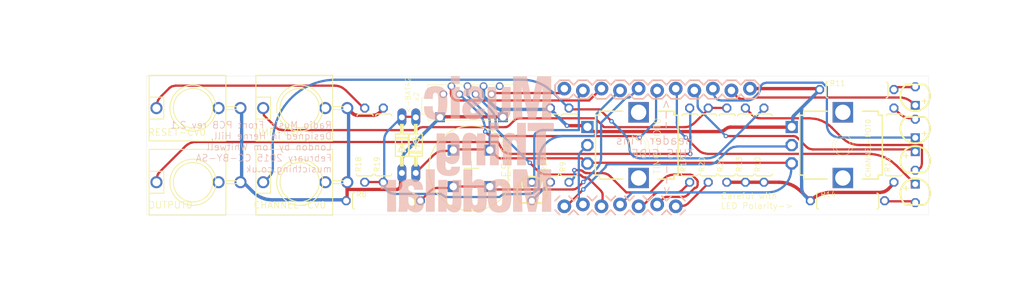
<source format=kicad_pcb>
(kicad_pcb (version 20221018) (generator pcbnew)
  (layers (0 "F.Cu" signal) (1 "In1.Cu" signal) (2 "In2.Cu" signal) (31 "B.Cu" signal) (34 "B.Paste" user) (35 "F.Paste" user) (36 "B.SilkS" user "B.Silkscreen") (37 "F.SilkS" user "F.Silkscreen") (38 "B.Mask" user) (39 "F.Mask" user) (44 "Edge.Cuts" user))
  (net 0 "")
  (net 1 "N$14")
  (net 2 "N$18")
  (net 3 "N$19")
  (net 4 "N$20")
  (net 5 "N$21")
  (net 6 "MISO_F")
  (net 7 "N$25")
  (net 8 "AUDIO_OUT_F")
  (net 9 "RESET_SW_F")
  (net 10 "LED_RESET_F")
  (net 11 "LED4_F")
  (net 12 "LED3_F")
  (net 13 "LED2_F")
  (net 14 "LED1_F")
  (net 15 "+3.3V_F")
  (net 16 "GND_F")
  (net 17 "CHANNEL_CV_F")
  (net 18 "TIME_CV_F")
  (net 19 "RESET_CV_F")
  (net 20 "CHANNEL_POT_F")
  (net 21 "SCLK_F")
  (net 22 "MOSI_F")
  (net 23 "SS_F")
  (net 24 "TIME_POT_F")
  (net 25 "TEMP")
  (net 26 "N$9")
  (net 27 "N$3")
  (footprint "RadioMusic_F:LED3MM" (layer "F.Cu") (at 200.1571 102.6926 90)
    (fp_text reference "LED2")
    (fp_text value "")
  )
  (footprint "RadioMusic_F:LED3MM" (layer "F.Cu") (at 200.1571 107.1376 -90)
    (fp_text reference "LED3")
    (fp_text value "")
  )
  (footprint "RadioMusic_F:0207_10" (layer "F.Cu") (at 127.3861 104.9786 90)
    (fp_text reference "R19")
    (fp_text value "100k")
  )
  (footprint "RadioMusic_F:WQP-PJ301M-12_JACK" (layer "F.Cu") (at 101.3511 110.0586 90)
    (fp_text reference "OUTPUT0")
    (fp_text value "" hide)
  )
  (footprint "RadioMusic_F:0207_10" (layer "F.Cu") (at 197.2361 104.9786 90)
    (fp_text reference "R12")
    (fp_text value "1.5k")
  )
  (footprint "RadioMusic_F:0207_10" (layer "F.Cu") (at 150.2461 104.9786 90)
    (fp_text reference "R15")
    (fp_text value "1.5k")
  )
  (footprint "RadioMusic_F:WQP-PJ301M-12_JACK" (layer "F.Cu") (at 115.9561 99.8986 90)
    (fp_text reference "TIME-CV0")
    (fp_text value "" hide)
  )
  (footprint "RadioMusic_F:0207_10" (layer "F.Cu") (at 190.8861 112.5986)
    (fp_text reference "R14")
    (fp_text value "1.5k")
  )
  (footprint "RadioMusic_F:DO34-7" (layer "F.Cu") (at 131.8311 104.9786 90)
    (fp_text reference "D7" hide)
    (fp_text value "BAT42" hide)
  )
  (footprint "RadioMusic_F:0207_10" (layer "F.Cu") (at 152.7861 104.9786 90)
    (fp_text reference "R9")
    (fp_text value "22k")
  )
  (footprint "RadioMusic_F:0207_10" (layer "F.Cu") (at 179.4561 104.9786 90)
    (fp_text reference "R10")
    (fp_text value "47k")
  )
  (footprint "RadioMusic_F:WQP-PJ301M-12_JACK" (layer "F.Cu") (at 101.3511 99.8986 90)
    (fp_text reference "RESET-CV0")
    (fp_text value "" hide)
  )
  (footprint "RadioMusic_F:LED3MM" (layer "F.Cu") (at 200.1571 98.2476 90)
    (fp_text reference "LED1")
    (fp_text value "")
  )
  (footprint "RadioMusic_F:LED3MM" (layer "F.Cu") (at 147.7061 111.3286 -90)
    (fp_text reference "LED5" hide)
    (fp_text value "")
  )
  (footprint "RadioMusic_F:0207_10" (layer "F.Cu") (at 124.8461 104.9786 90)
    (fp_text reference "R18")
    (fp_text value "220R")
  )
  (footprint "RadioMusic_F:0207_10" (layer "F.Cu") (at 169.2961 104.9786 90)
    (fp_text reference "R17")
    (fp_text value "220R")
  )
  (footprint "RadioMusic_F:0207_10" (layer "F.Cu") (at 127.3861 112.5986)
    (fp_text reference "R8")
    (fp_text value "10k")
  )
  (footprint "RadioMusic_F:0207_10" (layer "F.Cu") (at 192.1561 97.3586)
    (fp_text reference "R11")
    (fp_text value "1.5k")
  )
  (footprint "RadioMusic_F:VERT_MICROSD_REV2" (layer "F.Cu") (at 139.4511 97.9936)
    (fp_text reference "X1" hide)
    (fp_text value "VERT_SD_CARD_REV2" hide)
  )
  (footprint "RadioMusic_F:0207_10" (layer "F.Cu") (at 176.9161 104.9786 90)
    (fp_text reference "R13")
    (fp_text value "1.5k")
  )
  (footprint "RadioMusic_F:LED3MM" (layer "F.Cu") (at 200.1571 111.5826 -90)
    (fp_text reference "LED4")
    (fp_text value "")
  )
  (footprint "RadioMusic_F:0207_10" (layer "F.Cu") (at 171.8361 104.9786 90)
    (fp_text reference "R20")
    (fp_text value "22k")
  )
  (footprint "RadioMusic_F:EVUF" (layer "F.Cu") (at 190.2511 104.9786 -90)
    (fp_text reference "CHANNEL-POT0")
    (fp_text value "50k")
  )
  (footprint "RadioMusic_F:EVUF" (layer "F.Cu") (at 162.3111 104.9786 -90)
    (fp_text reference "TIME-POT0")
    (fp_text value "50k")
  )
  (footprint "RadioMusic_F:D6_BUTTON_RND" (layer "F.Cu") (at 139.4511 108.1536 180)
    (fp_text reference "RESET0")
    (fp_text value "D6_PUSH_SWITCH" hide)
  )
  (footprint "RadioMusic_F:WQP-PJ301M-12_JACK" (layer "F.Cu") (at 115.9561 110.0586 90)
    (fp_text reference "CHANNEL-CV0")
    (fp_text value "" hide)
  )
  (footprint "RadioMusic_F:DO34-7" (layer "F.Cu") (at 129.9261 104.9786 -90)
    (fp_text reference "D8" hide)
    (fp_text value "BAT42" hide)
  )
  (footprint "RadioMusic_F:0207_10" (layer "F.Cu") (at 174.3761 104.9786 90)
    (fp_text reference "R21")
    (fp_text value "47k")
  )
  (footprint "RadioMusic_F:1X07_LOCK" (layer "B.Cu") (at 152.1511 113.2336)
    (fp_text reference "JP4" hide)
    (fp_text value "")
  )
  (footprint "RadioMusic_F:1X11_LOCK" (layer "B.Cu") (at 177.5511 97.3586 180)
    (fp_text reference "JP2" hide)
    (fp_text value "M11LOCK" hide)
  )
  (footprint "RadioMusic_F:MTM_2CM" (layer "B.Cu") (at 150.8811 115.1386 180)
    (fp_text reference "U$1" hide)
    (fp_text value "" hide)
  )
  (gr_line (start 95.0011 95.5036) (end 95.0011 114.5036) (stroke (width 0.0254)) (layer "Edge.Cuts"))
  (gr_line (start 202.0011 114.5036) (end 202.0011 95.5036) (stroke (width 0.0254)) (layer "Edge.Cuts"))
  (gr_line (start 202.0011 95.5036) (end 95.0011 95.5036) (stroke (width 0.0254)) (layer "Edge.Cuts"))
  (gr_line (start 95.0011 114.5036) (end 202.0011 114.5036) (stroke (width 0.0254)) (layer "Edge.Cuts"))
  (gr_text "Header Pins \nTHIS SIDE" (at 169.9311 106.8836) (layer "B.SilkS") (effects (font (size 1.1684 1.1684) (thickness 0.1016)) (justify left bottom mirror)))
  (gr_text "Radio Music Front PCB rev 2.1 \nDesigned in Herne Hill, \nLondon by Tom Whitwell \nFebruary 2015 CC-BY-SA\nmusicthing.co.uk" (at 120.4011 108.7886) (layer "B.SilkS") (effects (font (size 0.93472 0.93472) (thickness 0.08128)) (justify left bottom mirror)))
  (gr_text "-->" (at 166.7561 107.5186 -270) (layer "B.SilkS") (effects (font (size 1.1684 1.1684) (thickness 0.1016)) (justify left bottom mirror)))
  (gr_text "-->" (at 165.4861 103.0736 -90) (layer "B.SilkS") (effects (font (size 1.1684 1.1684) (thickness 0.1016)) (justify left bottom mirror)))
  (gr_text "Careful with \nLED Polarity->" (at 173.5125 113.7924) (layer "F.SilkS") (effects (font (size 0.841248 0.841248) (thickness 0.073152)) (justify left bottom)))
  (gr_text "<-BAT42\n   x2" (at 131.3485 100.5844 90) (layer "F.SilkS") (effects (font (size 0.70104 0.70104) (thickness 0.06096)) (justify left)))
  (segment (start 96.498265 99.017898) (end 96.589997 98.796437) (width 0.3048) (layer "F.Cu") (net 1))
  (segment (start 98.282858 97.03103) (end 98.494007 96.918168) (width 0.3048) (layer "F.Cu") (net 1))
  (segment (start 124.6683 99.8732) (end 124.8461 99.8986) (width 0.3048) (layer "F.Cu") (net 1))
  (segment (start 120.718617 96.8252) (end 121.002754 96.843823) (width 0.3048) (layer "F.Cu") (net 1))
  (segment (start 98.097784 97.182916) (end 98.282858 97.03103) (width 0.3048) (layer "F.Cu") (net 1))
  (segment (start 121.282028 96.899375) (end 121.551662 96.990903) (width 0.3048) (layer "F.Cu") (net 1))
  (segment (start 122.257884 97.462785) (end 124.6683 99.8732) (width 0.3048) (layer "F.Cu") (net 1))
  (segment (start 96.4235 99.48995) (end 96.442307 99.250982) (width 0.3048) (layer "F.Cu") (net 1))
  (segment (start 96.4235 99.8732) (end 96.4235 99.48995) (width 0.3048) (layer "F.Cu") (net 1))
  (segment (start 96.589997 98.796437) (end 96.870921 98.409779) (width 0.3048) (layer "F.Cu") (net 1))
  (segment (start 96.4235 99.8732) (end 96.3511 99.8986) (width 0.3048) (layer "F.Cu") (net 1))
  (segment (start 96.870921 98.409779) (end 98.097784 97.182916) (width 0.3048) (layer "F.Cu") (net 1))
  (segment (start 121.002754 96.843823) (end 121.282028 96.899375) (width 0.3048) (layer "F.Cu") (net 1))
  (segment (start 96.442307 99.250982) (end 96.498265 99.017898) (width 0.3048) (layer "F.Cu") (net 1))
  (segment (start 96.4235 99.48995) (end 96.4235 99.48995) (width 0.3048) (layer "F.Cu") (net 1))
  (segment (start 98.494007 96.918168) (end 98.961384 96.8252) (width 0.3048) (layer "F.Cu") (net 1))
  (segment (start 98.097784 97.182916) (end 98.097784 97.182916) (width 0.3048) (layer "F.Cu") (net 1))
  (segment (start 120.718618 96.8252) (end 120.718617 96.8252) (width 0.3048) (layer "F.Cu") (net 1))
  (segment (start 121.551662 96.990903) (end 121.807043 97.116843) (width 0.3048) (layer "F.Cu") (net 1))
  (segment (start 98.961384 96.8252) (end 120.718618 96.8252) (width 0.3048) (layer "F.Cu") (net 1))
  (segment (start 121.807043 97.116843) (end 122.257884 97.462785) (width 0.3048) (layer "F.Cu") (net 1))
  (segment (start 200.0555 97.0284) (end 197.6171 97.0284) (width 0.3048) (layer "F.Cu") (net 2))
  (segment (start 197.4139 97.2316) (end 197.2361 97.3586) (width 0.3048) (layer "F.Cu") (net 2))
  (segment (start 197.6171 97.0284) (end 197.4139 97.2316) (width 0.3048) (layer "F.Cu") (net 2))
  (segment (start 200.0555 97.0284) (end 200.1571 96.9776) (width 0.3048) (layer "F.Cu") (net 2))
  (segment (start 198.995387 101.216159) (end 198.706609 101.118132) (width 0.3048) (layer "F.Cu") (net 3))
  (segment (start 199.5988 101.2956) (end 199.5988 101.2956) (width 0.3048) (layer "F.Cu") (net 3))
  (segment (start 199.29449 101.275655) (end 198.995387 101.216159) (width 0.3048) (layer "F.Cu") (net 3))
  (segment (start 198.433096 100.983251) (end 197.950246 100.612747) (width 0.3048) (layer "F.Cu") (net 3))
  (segment (start 198.706609 101.118132) (end 198.433096 100.983251) (width 0.3048) (layer "F.Cu") (net 3))
  (segment (start 199.5988 101.2956) (end 199.29449 101.275655) (width 0.3048) (layer "F.Cu") (net 3))
  (segment (start 200.0555 101.2956) (end 199.5988 101.2956) (width 0.3048) (layer "F.Cu") (net 3))
  (segment (start 197.950246 100.612747) (end 197.2361 99.8986) (width 0.3048) (layer "F.Cu") (net 3))
  (segment (start 200.0555 101.2956) (end 200.1571 101.4226) (width 0.3048) (layer "F.Cu") (net 3))
  (segment (start 188.403302 102.271067) (end 188.064567 102.019844) (width 0.3048) (layer "F.Cu") (net 4))
  (segment (start 192.147036 104.931724) (end 191.769429 104.867566) (width 0.3048) (layer "F.Cu") (net 4))
  (segment (start 177.877715 100.860216) (end 176.9161 99.8986) (width 0.3048) (layer "F.Cu") (net 4))
  (segment (start 185.677056 101.2956) (end 178.928828 101.2956) (width 0.3048) (layer "F.Cu") (net 4))
  (segment (start 192.529453 104.9532) (end 192.529453 104.9532) (width 0.3048) (layer "F.Cu") (net 4))
  (segment (start 201.001895 107.843126) (end 201.0715 107.4932) (width 0.3048) (layer "F.Cu") (net 4))
  (segment (start 200.803678 108.139778) (end 200.917396 108.001213) (width 0.3048) (layer "F.Cu") (net 4))
  (segment (start 178.928828 101.2956) (end 178.928827 101.2956) (width 0.3048) (layer "F.Cu") (net 4))
  (segment (start 192.529453 104.9532) (end 192.147036 104.931724) (width 0.3048) (layer "F.Cu") (net 4))
  (segment (start 200.1571 108.4076) (end 200.1571 108.4076) (width 0.3048) (layer "F.Cu") (net 4))
  (segment (start 190.114318 103.952819) (end 188.715781 102.554282) (width 0.3048) (layer "F.Cu") (net 4))
  (segment (start 200.665113 108.253496) (end 200.803678 108.139778) (width 0.3048) (layer "F.Cu") (net 4))
  (segment (start 186.924527 101.480645) (end 186.515438 101.378174) (width 0.3048) (layer "F.Cu") (net 4))
  (segment (start 200.507026 108.337995) (end 200.665113 108.253496) (width 0.3048) (layer "F.Cu") (net 4))
  (segment (start 186.515438 101.378174) (end 185.677056 101.2956) (width 0.3048) (layer "F.Cu") (net 4))
  (segment (start 187.702839 101.803033) (end 187.321602 101.622721) (width 0.3048) (layer "F.Cu") (net 4))
  (segment (start 178.696288 101.277299) (end 178.469475 101.222846) (width 0.3048) (layer "F.Cu") (net 4))
  (segment (start 188.715781 102.554282) (end 188.715781 102.554282) (width 0.3048) (layer "F.Cu") (net 4))
  (segment (start 178.928827 101.2956) (end 178.696288 101.277299) (width 0.3048) (layer "F.Cu") (net 4))
  (segment (start 201.0715 107.4932) (end 201.0715 104.9532) (width 0.3048) (layer "F.Cu") (net 4))
  (segment (start 200.335491 108.39003) (end 200.507026 108.337995) (width 0.3048) (layer "F.Cu") (net 4))
  (segment (start 178.253972 101.133582) (end 177.877715 100.860216) (width 0.3048) (layer "F.Cu") (net 4))
  (segment (start 200.917396 108.001213) (end 201.001895 107.843126) (width 0.3048) (layer "F.Cu") (net 4))
  (segment (start 178.469475 101.222846) (end 178.253972 101.133582) (width 0.3048) (layer "F.Cu") (net 4))
  (segment (start 201.0715 104.9532) (end 192.529453 104.9532) (width 0.3048) (layer "F.Cu") (net 4))
  (segment (start 191.769429 104.867566) (end 191.401379 104.761533) (width 0.3048) (layer "F.Cu") (net 4))
  (segment (start 191.401379 104.761533) (end 191.047516 104.614958) (width 0.3048) (layer "F.Cu") (net 4))
  (segment (start 190.712289 104.429684) (end 190.114318 103.952819) (width 0.3048) (layer "F.Cu") (net 4))
  (segment (start 191.047516 104.614958) (end 190.712289 104.429684) (width 0.3048) (layer "F.Cu") (net 4))
  (segment (start 188.064567 102.019844) (end 187.702839 101.803033) (width 0.3048) (layer "F.Cu") (net 4))
  (segment (start 187.321602 101.622721) (end 186.924527 101.480645) (width 0.3048) (layer "F.Cu") (net 4))
  (segment (start 188.715781 102.554282) (end 188.403302 102.271067) (width 0.3048) (layer "F.Cu") (net 4))
  (segment (start 200.1571 108.4076) (end 200.335491 108.39003) (width 0.3048) (layer "F.Cu") (net 4))
  (segment (start 200.0555 112.6748) (end 195.9915 112.6748) (width 0.3048) (layer "F.Cu") (net 5))
  (segment (start 195.9915 112.6748) (end 195.9661 112.5986) (width 0.3048) (layer "F.Cu") (net 5))
  (segment (start 200.0555 112.6748) (end 200.1571 112.8526) (width 0.3048) (layer "F.Cu") (net 5))
  (segment (start 152.1003 97.2316) (end 151.4907 97.8412) (width 0.3048) (layer "F.Cu") (net 6))
  (segment (start 152.1003 97.2316) (end 152.1511 97.2316) (width 0.3048) (layer "F.Cu") (net 6))
  (segment (start 142.7531 97.8412) (end 142.2011 97.9936) (width 0.3048) (layer "F.Cu") (net 6))
  (segment (start 151.4907 97.8412) (end 142.7531 97.8412) (width 0.3048) (layer "F.Cu") (net 6))
  (segment (start 150.2461 110.0586) (end 147.7061 112.5986) (width 0.3048) (layer "B.Cu") (net 7))
  (segment (start 167.742843 111.437443) (end 167.920107 111.383671) (width 0.3048) (layer "F.Cu") (net 8))
  (segment (start 167.558496 111.4556) (end 167.742843 111.437443) (width 0.3048) (layer "F.Cu") (net 8))
  (segment (start 164.424243 111.730057) (end 164.56624 111.613522) (width 0.3048) (layer "F.Cu") (net 8))
  (segment (start 162.8699 113.2844) (end 164.424243 111.730057) (width 0.3048) (layer "F.Cu") (net 8))
  (segment (start 162.4635 113.2844) (end 162.3111 113.3606) (width 0.3048) (layer "F.Cu") (net 8))
  (segment (start 164.728244 111.52693) (end 165.086837 111.4556) (width 0.3048) (layer "F.Cu") (net 8))
  (segment (start 167.558496 111.4556) (end 167.558496 111.4556) (width 0.3048) (layer "F.Cu") (net 8))
  (segment (start 167.920107 111.383671) (end 168.226665 111.178835) (width 0.3048) (layer "F.Cu") (net 8))
  (segment (start 164.424243 111.730057) (end 164.424243 111.730057) (width 0.3048) (layer "F.Cu") (net 8))
  (segment (start 165.086837 111.4556) (end 167.558496 111.4556) (width 0.3048) (layer "F.Cu") (net 8))
  (segment (start 168.226665 111.178835) (end 169.1691 110.2364) (width 0.3048) (layer "F.Cu") (net 8))
  (segment (start 164.56624 111.613522) (end 164.728244 111.52693) (width 0.3048) (layer "F.Cu") (net 8))
  (segment (start 169.1691 110.2364) (end 169.2961 110.0586) (width 0.3048) (layer "F.Cu") (net 8))
  (segment (start 162.4635 113.2844) (end 162.8699 113.2844) (width 0.3048) (layer "F.Cu") (net 8))
  (segment (start 134.784982 110.846) (end 134.571116 110.862831) (width 0.3048) (layer "F.Cu") (net 9))
  (segment (start 134.362517 110.912912) (end 134.16432 110.995008) (width 0.3048) (layer "F.Cu") (net 9))
  (segment (start 134.784981 110.846) (end 134.784982 110.846) (width 0.3048) (layer "F.Cu") (net 9))
  (segment (start 134.571116 110.862831) (end 134.362517 110.912912) (width 0.3048) (layer "F.Cu") (net 9))
  (segment (start 137.0635 110.6428) (end 136.9511 110.6536) (width 0.3048) (layer "F.Cu") (net 9))
  (segment (start 153.296596 111.0492) (end 153.296596 111.0492) (width 0.3048) (layer "F.Cu") (net 9))
  (segment (start 153.296596 111.0492) (end 153.498793 111.029285) (width 0.3048) (layer "F.Cu") (net 9))
  (segment (start 153.498793 111.029285) (end 153.69322 110.970307) (width 0.3048) (layer "F.Cu") (net 9))
  (segment (start 142.3467 111.0492) (end 153.296596 111.0492) (width 0.3048) (layer "F.Cu") (net 9))
  (segment (start 133.818278 111.246422) (end 132.4661 112.5986) (width 0.3048) (layer "F.Cu") (net 9))
  (segment (start 154.029462 110.745638) (end 154.7419 110.0332) (width 0.3048) (layer "F.Cu") (net 9))
  (segment (start 141.9403 110.6428) (end 141.9511 110.6536) (width 0.3048) (layer "F.Cu") (net 9))
  (segment (start 153.69322 110.970307) (end 154.029462 110.745638) (width 0.3048) (layer "F.Cu") (net 9))
  (segment (start 136.8603 110.846) (end 136.9511 110.6536) (width 0.3048) (layer "F.Cu") (net 9))
  (segment (start 136.8603 110.846) (end 134.784981 110.846) (width 0.3048) (layer "F.Cu") (net 9))
  (segment (start 141.9511 110.6536) (end 142.3467 111.0492) (width 0.3048) (layer "F.Cu") (net 9))
  (segment (start 141.9403 110.6428) (end 137.0635 110.6428) (width 0.3048) (layer "F.Cu") (net 9))
  (segment (start 134.16432 110.995008) (end 133.818278 111.246422) (width 0.3048) (layer "F.Cu") (net 9))
  (via (at 154.7419 110.0332) (size 0.6096) (drill 0.3048) (layers "F.Cu" "B.Cu") (net 9))
  (segment (start 156.706799 108.040578) (end 156.873317 107.791367) (width 0.3048) (layer "B.Cu") (net 9))
  (segment (start 156.509178 108.265922) (end 156.509178 108.265922) (width 0.3048) (layer "B.Cu") (net 9))
  (segment (start 157.1803 106.645691) (end 157.1803 101.9052) (width 0.3048) (layer "B.Cu") (net 9))
  (segment (start 162.2603 97.2316) (end 162.3111 97.2316) (width 0.3048) (layer "B.Cu") (net 9))
  (segment (start 160.6347 98.4508) (end 161.0411 98.4508) (width 0.3048) (layer "B.Cu") (net 9))
  (segment (start 156.509178 108.265922) (end 156.706799 108.040578) (width 0.3048) (layer "B.Cu") (net 9))
  (segment (start 157.102224 107.238737) (end 157.160697 106.944773) (width 0.3048) (layer "B.Cu") (net 9))
  (segment (start 157.160697 106.944773) (end 157.1803 106.645691) (width 0.3048) (layer "B.Cu") (net 9))
  (segment (start 154.7419 110.0332) (end 156.509178 108.265922) (width 0.3048) (layer "B.Cu") (net 9))
  (segment (start 157.1803 101.9052) (end 160.6347 98.4508) (width 0.3048) (layer "B.Cu") (net 9))
  (segment (start 157.005881 107.522554) (end 157.102224 107.238737) (width 0.3048) (layer "B.Cu") (net 9))
  (segment (start 161.0411 98.4508) (end 162.2603 97.2316) (width 0.3048) (layer "B.Cu") (net 9))
  (segment (start 156.873317 107.791367) (end 157.005881 107.522554) (width 0.3048) (layer "B.Cu") (net 9))
  (segment (start 154.1323 98.0444) (end 154.1323 102.9212) (width 0.3048) (layer "B.Cu") (net 10))
  (segment (start 148.799509 102.992669) (end 148.587815 103.080355) (width 0.3048) (layer "B.Cu") (net 10))
  (segment (start 149.250743 102.9212) (end 149.022314 102.939178) (width 0.3048) (layer "B.Cu") (net 10))
  (segment (start 148.0363 109.83) (end 147.8331 110.0332) (width 0.3048) (layer "B.Cu") (net 10))
  (segment (start 149.022314 102.939178) (end 148.799509 102.992669) (width 0.3048) (layer "B.Cu") (net 10))
  (segment (start 147.8331 110.0332) (end 147.7061 110.0586) (width 0.3048) (layer "B.Cu") (net 10))
  (segment (start 148.587815 103.080355) (end 148.218209 103.348891) (width 0.3048) (layer "B.Cu") (net 10))
  (segment (start 148.057462 103.627313) (end 148.0363 103.78806) (width 0.3048) (layer "B.Cu") (net 10))
  (segment (start 148.218209 103.348891) (end 148.119508 103.477521) (width 0.3048) (layer "B.Cu") (net 10))
  (segment (start 154.6911 97.4856) (end 154.1323 98.0444) (width 0.3048) (layer "B.Cu") (net 10))
  (segment (start 148.0363 103.78806) (end 148.0363 109.83) (width 0.3048) (layer "B.Cu") (net 10))
  (segment (start 148.218209 103.348891) (end 148.218209 103.348891) (width 0.3048) (layer "B.Cu") (net 10))
  (segment (start 148.119508 103.477521) (end 148.057462 103.627313) (width 0.3048) (layer "B.Cu") (net 10))
  (segment (start 154.1323 102.9212) (end 149.250743 102.9212) (width 0.3048) (layer "B.Cu") (net 10))
  (segment (start 149.250743 102.9212) (end 149.250743 102.9212) (width 0.3048) (layer "B.Cu") (net 10))
  (segment (start 171.783318 106.1724) (end 193.69705 106.1724) (width 0.3048) (layer "F.Cu") (net 11))
  (segment (start 170.668779 105.810264) (end 170.922476 105.965729) (width 0.3048) (layer "F.Cu") (net 11))
  (segment (start 193.69705 106.1724) (end 193.69705 106.1724) (width 0.3048) (layer "F.Cu") (net 11))
  (segment (start 168.7627 103.9372) (end 170.442525 105.617025) (width 0.3048) (layer "F.Cu") (net 11))
  (segment (start 170.922476 105.965729) (end 171.19737 106.079594) (width 0.3048) (layer "F.Cu") (net 11))
  (segment (start 170.442525 105.617025) (end 170.442525 105.617025) (width 0.3048) (layer "F.Cu") (net 11))
  (segment (start 196.466696 106.914525) (end 196.874258 107.17417) (width 0.3048) (layer "F.Cu") (net 11))
  (segment (start 170.442525 105.617025) (end 170.668779 105.810264) (width 0.3048) (layer "F.Cu") (net 11))
  (segment (start 193.69705 106.1724) (end 194.179831 106.193479) (width 0.3048) (layer "F.Cu") (net 11))
  (segment (start 194.179831 106.193479) (end 194.658938 106.256554) (width 0.3048) (layer "F.Cu") (net 11))
  (segment (start 195.130724 106.361147) (end 195.591599 106.50646) (width 0.3048) (layer "F.Cu") (net 11))
  (segment (start 196.874258 107.17417) (end 197.613921 107.794822) (width 0.3048) (layer "F.Cu") (net 11))
  (segment (start 197.613921 107.794822) (end 200.0555 110.2364) (width 0.3048) (layer "F.Cu") (net 11))
  (segment (start 195.591599 106.50646) (end 196.038056 106.691389) (width 0.3048) (layer "F.Cu") (net 11))
  (segment (start 196.038056 106.691389) (end 196.466696 106.914525) (width 0.3048) (layer "F.Cu") (net 11))
  (segment (start 194.658938 106.256554) (end 195.130724 106.361147) (width 0.3048) (layer "F.Cu") (net 11))
  (segment (start 171.19737 106.079594) (end 171.783318 106.1724) (width 0.3048) (layer "F.Cu") (net 11))
  (segment (start 200.0555 110.2364) (end 200.1571 110.3126) (width 0.3048) (layer "F.Cu") (net 11))
  (via (at 168.7627 103.9372) (size 0.6096) (drill 0.3048) (layers "F.Cu" "B.Cu") (net 11))
  (segment (start 167.5435 97.2316) (end 167.3911 97.2316) (width 0.3048) (layer "B.Cu") (net 11))
  (segment (start 167.80834 102.887583) (end 167.951998 103.102583) (width 0.3048) (layer "B.Cu") (net 11))
  (segment (start 167.5435 97.2316) (end 167.5435 101.899185) (width 0.3048) (layer "B.Cu") (net 11))
  (segment (start 167.560412 102.157209) (end 167.610858 102.410818) (width 0.3048) (layer "B.Cu") (net 11))
  (segment (start 167.5435 101.899185) (end 167.5435 101.899185) (width 0.3048) (layer "B.Cu") (net 11))
  (segment (start 167.5435 101.899185) (end 167.560412 102.157209) (width 0.3048) (layer "B.Cu") (net 11))
  (segment (start 167.610858 102.410818) (end 167.693974 102.655672) (width 0.3048) (layer "B.Cu") (net 11))
  (segment (start 167.951998 103.102583) (end 168.12249 103.296991) (width 0.3048) (layer "B.Cu") (net 11))
  (segment (start 167.693974 102.655672) (end 167.80834 102.887583) (width 0.3048) (layer "B.Cu") (net 11))
  (segment (start 168.12249 103.296991) (end 168.7627 103.9372) (width 0.3048) (layer "B.Cu") (net 11))
  (segment (start 183.914 103.870512) (end 184.036746 103.971247) (width 0.3048) (layer "F.Cu") (net 12))
  (segment (start 184.036746 103.971247) (end 185.267428 105.201929) (width 0.3048) (layer "F.Cu") (net 12))
  (segment (start 185.267428 105.201929) (end 185.454136 105.355156) (width 0.3048) (layer "F.Cu") (net 12))
  (segment (start 186.13865 105.5628) (end 199.8523 105.5628) (width 0.3048) (layer "F.Cu") (net 12))
  (segment (start 185.667148 105.469013) (end 186.13865 105.5628) (width 0.3048) (layer "F.Cu") (net 12))
  (segment (start 183.773959 103.795659) (end 183.914 103.870512) (width 0.3048) (layer "F.Cu") (net 12))
  (segment (start 183.463981 103.734) (end 183.463981 103.734) (width 0.3048) (layer "F.Cu") (net 12))
  (segment (start 183.622006 103.749564) (end 183.773959 103.795659) (width 0.3048) (layer "F.Cu") (net 12))
  (segment (start 199.8523 105.5628) (end 200.1571 105.8676) (width 0.3048) (layer "F.Cu") (net 12))
  (segment (start 174.2491 103.734) (end 183.463981 103.734) (width 0.3048) (layer "F.Cu") (net 12))
  (segment (start 183.463981 103.734) (end 183.622006 103.749564) (width 0.3048) (layer "F.Cu") (net 12))
  (segment (start 185.454136 105.355156) (end 185.667148 105.469013) (width 0.3048) (layer "F.Cu") (net 12))
  (segment (start 185.267428 105.201929) (end 185.267428 105.201929) (width 0.3048) (layer "F.Cu") (net 12))
  (via (at 174.2491 103.734) (size 0.6096) (drill 0.3048) (layers "F.Cu" "B.Cu") (net 12))
  (segment (start 170.3883 98.0444) (end 170.3883 99.536366) (width 0.3048) (layer "B.Cu") (net 12))
  (segment (start 170.3883 99.536366) (end 170.3883 99.536367) (width 0.3048) (layer "B.Cu") (net 12))
  (segment (start 169.9819 97.638) (end 170.3883 98.0444) (width 0.3048) (layer "B.Cu") (net 12))
  (segment (start 170.3883 99.536367) (end 170.403925 99.695012) (width 0.3048) (layer "B.Cu") (net 12))
  (segment (start 170.626478 100.111379) (end 174.2491 103.734) (width 0.3048) (layer "B.Cu") (net 12))
  (segment (start 169.9819 97.638) (end 169.9311 97.4856) (width 0.3048) (layer "B.Cu") (net 12))
  (segment (start 170.450201 99.847561) (end 170.525348 99.988151) (width 0.3048) (layer "B.Cu") (net 12))
  (segment (start 170.403925 99.695012) (end 170.450201 99.847561) (width 0.3048) (layer "B.Cu") (net 12))
  (segment (start 170.525348 99.988151) (end 170.626478 100.111379) (width 0.3048) (layer "B.Cu") (net 12))
  (segment (start 177.219418 98.8572) (end 177.447415 98.834744) (width 0.3048) (layer "B.Cu") (net 13))
  (segment (start 188.401978 103.213541) (end 188.580886 103.423014) (width 0.3048) (layer "B.Cu") (net 13))
  (segment (start 187.4571 96.4188) (end 188.0667 97.0284) (width 0.3048) (layer "B.Cu") (net 13))
  (segment (start 179.815578 96.4188) (end 187.4571 96.4188) (width 0.3048) (layer "B.Cu") (net 13))
  (segment (start 178.9227 97.311678) (end 178.945086 97.112994) (width 0.3048) (layer "B.Cu") (net 13))
  (segment (start 177.447415 98.834744) (end 177.666651 98.76824) (width 0.3048) (layer "B.Cu") (net 13))
  (segment (start 178.9227 97.311679) (end 178.9227 97.311678) (width 0.3048) (layer "B.Cu") (net 13))
  (segment (start 189.279748 103.851278) (end 189.82224 103.9372) (width 0.3048) (layer "B.Cu") (net 13))
  (segment (start 177.219418 98.8572) (end 177.219418 98.8572) (width 0.3048) (layer "B.Cu") (net 13))
  (segment (start 188.258042 102.978658) (end 188.401978 103.213541) (width 0.3048) (layer "B.Cu") (net 13))
  (segment (start 177.666651 98.76824) (end 178.045796 98.514904) (width 0.3048) (layer "B.Cu") (net 13))
  (segment (start 178.691956 97.868744) (end 178.817154 97.705583) (width 0.3048) (layer "B.Cu") (net 13))
  (segment (start 178.895856 97.515579) (end 178.9227 97.311679) (width 0.3048) (layer "B.Cu") (net 13))
  (segment (start 178.691956 97.868744) (end 178.691956 97.868744) (width 0.3048) (layer "B.Cu") (net 13))
  (segment (start 188.152622 102.724152) (end 188.258042 102.978658) (width 0.3048) (layer "B.Cu") (net 13))
  (segment (start 189.025242 103.745858) (end 189.279748 103.851278) (width 0.3048) (layer "B.Cu") (net 13))
  (segment (start 178.817154 97.705583) (end 178.895856 97.515579) (width 0.3048) (layer "B.Cu") (net 13))
  (segment (start 172.6235 97.867907) (end 172.6235 97.867907) (width 0.3048) (layer "B.Cu") (net 13))
  (segment (start 172.698805 98.246493) (end 172.790226 98.417529) (width 0.3048) (layer "B.Cu") (net 13))
  (segment (start 189.82224 103.9372) (end 200.0555 103.9372) (width 0.3048) (layer "B.Cu") (net 13))
  (segment (start 188.580886 103.423014) (end 188.790359 103.601922) (width 0.3048) (layer "B.Cu") (net 13))
  (segment (start 188.0667 102.18166) (end 188.088314 102.456287) (width 0.3048) (layer "B.Cu") (net 13))
  (segment (start 172.642509 98.060908) (end 172.698805 98.246493) (width 0.3048) (layer "B.Cu") (net 13))
  (segment (start 179.011123 96.924273) (end 179.117498 96.754978) (width 0.3048) (layer "B.Cu") (net 13))
  (segment (start 188.790359 103.601922) (end 189.025242 103.745858) (width 0.3048) (layer "B.Cu") (net 13))
  (segment (start 173.612793 98.8572) (end 177.219418 98.8572) (width 0.3048) (layer "B.Cu") (net 13))
  (segment (start 179.258878 96.613598) (end 179.428173 96.507223) (width 0.3048) (layer "B.Cu") (net 13))
  (segment (start 178.945086 97.112994) (end 179.011123 96.924273) (width 0.3048) (layer "B.Cu") (net 13))
  (segment (start 172.6235 97.2316) (end 172.4711 97.2316) (width 0.3048) (layer "B.Cu") (net 13))
  (segment (start 178.045796 98.514904) (end 178.691956 97.868744) (width 0.3048) (layer "B.Cu") (net 13))
  (segment (start 188.0667 102.18166) (end 188.0667 102.18166) (width 0.3048) (layer "B.Cu") (net 13))
  (segment (start 173.063171 98.690474) (end 173.234207 98.781895) (width 0.3048) (layer "B.Cu") (net 13))
  (segment (start 172.913257 98.567443) (end 173.063171 98.690474) (width 0.3048) (layer "B.Cu") (net 13))
  (segment (start 172.6235 97.2316) (end 172.6235 97.867907) (width 0.3048) (layer "B.Cu") (net 13))
  (segment (start 188.088314 102.456287) (end 188.152622 102.724152) (width 0.3048) (layer "B.Cu") (net 13))
  (segment (start 173.234207 98.781895) (end 173.612793 98.8572) (width 0.3048) (layer "B.Cu") (net 13))
  (segment (start 172.790226 98.417529) (end 172.913257 98.567443) (width 0.3048) (layer "B.Cu") (net 13))
  (segment (start 200.0555 103.9372) (end 200.1571 103.9626) (width 0.3048) (layer "B.Cu") (net 13))
  (segment (start 179.117498 96.754978) (end 179.258878 96.613598) (width 0.3048) (layer "B.Cu") (net 13))
  (segment (start 188.0667 97.0284) (end 188.0667 102.18166) (width 0.3048) (layer "B.Cu") (net 13))
  (segment (start 179.428173 96.507223) (end 179.815578 96.4188) (width 0.3048) (layer "B.Cu") (net 13))
  (segment (start 172.6235 97.867907) (end 172.642509 98.060908) (width 0.3048) (layer "B.Cu") (net 13))
  (segment (start 198.0503 98.4508) (end 198.362014 98.471231) (width 0.3048) (layer "F.Cu") (net 14))
  (segment (start 178.050384 98.543747) (end 178.217708 98.47444) (width 0.3048) (layer "F.Cu") (net 14))
  (segment (start 198.9642 98.632586) (end 199.244369 98.77075) (width 0.3048) (layer "F.Cu") (net 14))
  (segment (start 198.668395 98.532174) (end 198.9642 98.632586) (width 0.3048) (layer "F.Cu") (net 14))
  (segment (start 177.9067 98.654) (end 178.050384 98.543747) (width 0.3048) (layer "F.Cu") (net 14))
  (segment (start 178.217708 98.47444) (end 178.397268 98.4508) (width 0.3048) (layer "F.Cu") (net 14))
  (segment (start 199.738968 99.150269) (end 200.0555 99.4668) (width 0.3048) (layer "F.Cu") (net 14))
  (segment (start 175.0619 97.638) (end 175.0111 97.4856) (width 0.3048) (layer "F.Cu") (net 14))
  (segment (start 176.519906 98.654) (end 177.9067 98.654) (width 0.3048) (layer "F.Cu") (net 14))
  (segment (start 198.0503 98.4508) (end 198.0503 98.4508) (width 0.3048) (layer "F.Cu") (net 14))
  (segment (start 175.927058 98.474161) (end 176.111545 98.572772) (width 0.3048) (layer "F.Cu") (net 14))
  (segment (start 198.362014 98.471231) (end 198.668395 98.532174) (width 0.3048) (layer "F.Cu") (net 14))
  (segment (start 175.765353 98.341454) (end 175.927058 98.474161) (width 0.3048) (layer "F.Cu") (net 14))
  (segment (start 175.0619 97.638) (end 175.765353 98.341454) (width 0.3048) (layer "F.Cu") (net 14))
  (segment (start 178.397268 98.4508) (end 198.0503 98.4508) (width 0.3048) (layer "F.Cu") (net 14))
  (segment (start 200.0555 99.4668) (end 200.1571 99.5176) (width 0.3048) (layer "F.Cu") (net 14))
  (segment (start 199.504106 98.944301) (end 199.738968 99.150269) (width 0.3048) (layer "F.Cu") (net 14))
  (segment (start 199.244369 98.77075) (end 199.504106 98.944301) (width 0.3048) (layer "F.Cu") (net 14))
  (segment (start 177.9067 98.654) (end 177.9067 98.654) (width 0.3048) (layer "F.Cu") (net 14))
  (segment (start 176.111545 98.572772) (end 176.519906 98.654) (width 0.3048) (layer "F.Cu") (net 14))
  (segment (start 175.765353 98.341454) (end 175.765353 98.341454) (width 0.3048) (layer "F.Cu") (net 14))
  (segment (start 155.3515 107.3916) (end 183.1899 107.3916) (width 0.3048) (layer "F.Cu") (net 15))
  (segment (start 135.03153 105.860554) (end 134.751455 105.976565) (width 0.3048) (layer "F.Cu") (net 15))
  (segment (start 143.000462 106.622963) (end 143.000462 106.622963) (width 0.3048) (layer "F.Cu") (net 15))
  (segment (start 141.9403 105.5628) (end 141.9511 105.6536) (width 0.3048) (layer "F.Cu") (net 15))
  (segment (start 134.262459 106.331841) (end 131.9835 108.6108) (width 0.3048) (layer "F.Cu") (net 15))
  (segment (start 135.628521 105.766) (end 135.326304 105.789785) (width 0.3048) (layer "F.Cu") (net 15))
  (segment (start 154.5387 106.782) (end 155.1483 107.3916) (width 0.3048) (layer "F.Cu") (net 15))
  (segment (start 137.0635 105.5628) (end 136.9511 105.6536) (width 0.3048) (layer "F.Cu") (net 15))
  (segment (start 142.1435 105.766) (end 143.000462 106.622963) (width 0.3048) (layer "F.Cu") (net 15))
  (segment (start 143.384412 106.782) (end 154.5387 106.782) (width 0.3048) (layer "F.Cu") (net 15))
  (segment (start 183.1899 107.3916) (end 183.2511 107.4786) (width 0.3048) (layer "F.Cu") (net 15))
  (segment (start 155.3515 107.3916) (end 155.3111 107.4786) (width 0.3048) (layer "F.Cu") (net 15))
  (segment (start 155.1483 107.3916) (end 155.3111 107.4786) (width 0.3048) (layer "F.Cu") (net 15))
  (segment (start 135.326304 105.789785) (end 135.03153 105.860554) (width 0.3048) (layer "F.Cu") (net 15))
  (segment (start 143.112919 106.709254) (end 143.243877 106.763498) (width 0.3048) (layer "F.Cu") (net 15))
  (segment (start 131.9835 108.6108) (end 131.8311 108.7886) (width 0.3048) (layer "F.Cu") (net 15))
  (segment (start 142.1435 105.766) (end 141.9511 105.6536) (width 0.3048) (layer "F.Cu") (net 15))
  (segment (start 136.8603 105.766) (end 135.628521 105.766) (width 0.3048) (layer "F.Cu") (net 15))
  (segment (start 134.751455 105.976565) (end 134.262459 106.331841) (width 0.3048) (layer "F.Cu") (net 15))
  (segment (start 143.243877 106.763498) (end 143.384412 106.782) (width 0.3048) (layer "F.Cu") (net 15))
  (segment (start 143.000462 106.622963) (end 143.112919 106.709254) (width 0.3048) (layer "F.Cu") (net 15))
  (segment (start 136.8603 105.766) (end 136.9511 105.6536) (width 0.3048) (layer "F.Cu") (net 15))
  (segment (start 141.9403 105.5628) (end 137.0635 105.5628) (width 0.3048) (layer "F.Cu") (net 15))
  (segment (start 135.628521 105.766) (end 135.628521 105.766) (width 0.3048) (layer "F.Cu") (net 15))
  (segment (start 182.493149 110.253163) (end 182.254505 110.520205) (width 0.3048) (layer "B.Cu") (net 15))
  (segment (start 141.9403 105.5628) (end 141.9403 101.768738) (width 0.3048) (layer "B.Cu") (net 15))
  (segment (start 183.1899 107.5948) (end 183.2511 107.4786) (width 0.3048) (layer "B.Cu") (net 15))
  (segment (start 181.051054 111.276384) (end 180.706913 111.375529) (width 0.3048) (layer "B.Cu") (net 15))
  (segment (start 159.8219 113.0812) (end 159.7711 113.1066) (width 0.3048) (layer "B.Cu") (net 15))
  (segment (start 183.1899 107.5948) (end 183.1899 108.261963) (width 0.3048) (layer "B.Cu") (net 15))
  (segment (start 181.38193 111.13933) (end 181.051054 111.276384) (width 0.3048) (layer "B.Cu") (net 15))
  (segment (start 141.9403 101.768738) (end 141.9403 101.768739) (width 0.3048) (layer "B.Cu") (net 15))
  (segment (start 183.1899 108.261963) (end 183.1899 108.261962) (width 0.3048) (layer "B.Cu") (net 15))
  (segment (start 141.872389 101.339966) (end 141.789068 101.138809) (width 0.3048) (layer "B.Cu") (net 15))
  (segment (start 182.87363 109.64763) (end 182.700393 109.96108) (width 0.3048) (layer "B.Cu") (net 15))
  (segment (start 141.5339 100.7876) (end 138.8669 98.1714) (width 0.3048) (layer "B.Cu") (net 15))
  (segment (start 183.109829 108.972613) (end 183.010684 109.316754) (width 0.3048) (layer "B.Cu") (net 15))
  (segment (start 183.1899 108.261962) (end 183.169819 108.619536) (width 0.3048) (layer "B.Cu") (net 15))
  (segment (start 179.996262 111.4556) (end 161.4475 111.4556) (width 0.3048) (layer "B.Cu") (net 15))
  (segment (start 141.9403 105.5628) (end 141.9511 105.6536) (width 0.3048) (layer "B.Cu") (net 15))
  (segment (start 180.706913 111.375529) (end 179.996262 111.4556) (width 0.3048) (layer "B.Cu") (net 15))
  (segment (start 141.789068 101.138809) (end 141.5339 100.7876) (width 0.3048) (layer "B.Cu") (net 15))
  (segment (start 182.254505 110.520205) (end 181.987463 110.758849) (width 0.3048) (layer "B.Cu") (net 15))
  (segment (start 181.987463 110.758849) (end 181.69538 110.966093) (width 0.3048) (layer "B.Cu") (net 15))
  (segment (start 181.69538 110.966093) (end 181.38193 111.13933) (width 0.3048) (layer "B.Cu") (net 15))
  (segment (start 141.9403 101.768739) (end 141.923217 101.55168) (width 0.3048) (layer "B.Cu") (net 15))
  (segment (start 183.169819 108.619536) (end 183.109829 108.972613) (width 0.3048) (layer "B.Cu") (net 15))
  (segment (start 182.700393 109.96108) (end 182.493149 110.253163) (width 0.3048) (layer "B.Cu") (net 15))
  (segment (start 141.923217 101.55168) (end 141.872389 101.339966) (width 0.3048) (layer "B.Cu") (net 15))
  (segment (start 161.4475 111.4556) (end 159.8219 113.0812) (width 0.3048) (layer "B.Cu") (net 15))
  (segment (start 183.010684 109.316754) (end 182.87363 109.64763) (width 0.3048) (layer "B.Cu") (net 15))
  (segment (start 138.8669 98.1714) (end 138.9011 96.8936) (width 0.3048) (layer "B.Cu") (net 15))
  (segment (start 155.1483 102.3116) (end 152.5067 102.3116) (width 0.4572) (layer "F.Cu") (net 16))
  (segment (start 183.1899 102.5148) (end 174.897531 102.5148) (width 0.4572) (layer "F.Cu") (net 16))
  (segment (start 135.2347 101.0924) (end 135.1511 101.1636) (width 0.4572) (layer "F.Cu") (net 16))
  (segment (start 188.565546 111.4556) (end 188.565545 111.4556) (width 0.4572) (layer "F.Cu") (net 16))
  (segment (start 174.687832 102.535453) (end 174.486192 102.59662) (width 0.4572) (layer "F.Cu") (net 16))
  (segment (start 123.156584 100.596685) (end 123.156584 100.596685) (width 0.4572) (layer "F.Cu") (net 16))
  (segment (start 122.4331 111.0492) (end 122.4331 112.4716) (width 0.4572) (layer "F.Cu") (net 16))
  (segment (start 186.397463 112.113281) (end 185.8061 112.5986) (width 0.4572) (layer "F.Cu") (net 16))
  (segment (start 129.7483 110.469994) (end 129.7483 108.814) (width 0.4572) (layer "F.Cu") (net 16))
  (segment (start 174.3761 110.0586) (end 176.9161 110.0586) (width 0.4572) (layer "F.Cu") (net 16))
  (segment (start 182.332699 110.140449) (end 182.7382 110.242022) (width 0.4572) (layer "F.Cu") (net 16))
  (segment (start 182.7382 110.242022) (end 183.131791 110.382852) (width 0.4572) (layer "F.Cu") (net 16))
  (segment (start 173.425825 103.1244) (end 155.9611 103.1244) (width 0.4572) (layer "F.Cu") (net 16))
  (segment (start 123.307925 100.720888) (end 123.480589 100.813178) (width 0.4572) (layer "F.Cu") (net 16))
  (segment (start 179.4561 110.0586) (end 181.501671 110.0586) (width 0.4572) (layer "F.Cu") (net 16))
  (segment (start 187.0507 97.2316) (end 177.5511 97.2316) (width 0.4572) (layer "F.Cu") (net 16))
  (segment (start 195.828948 111.379971) (end 195.351446 111.4556) (width 0.4572) (layer "F.Cu") (net 16))
  (segment (start 122.4331 110.2364) (end 122.4331 111.0492) (width 0.4572) (layer "F.Cu") (net 16))
  (segment (start 187.432725 111.623638) (end 187.072144 111.752656) (width 0.4572) (layer "F.Cu") (net 16))
  (segment (start 174.486192 102.59662) (end 174.137475 102.829625) (width 0.4572) (layer "F.Cu") (net 16))
  (segment (start 122.4331 110.2364) (end 122.4561 110.0586) (width 0.4572) (layer "F.Cu") (net 16))
  (segment (start 129.578654 110.879554) (end 129.670701 110.759597) (width 0.4572) (layer "F.Cu") (net 16))
  (segment (start 196.259708 111.160487) (end 196.052965 111.28718) (width 0.4572) (layer "F.Cu") (net 16))
  (segment (start 129.7483 108.814) (end 129.9261 108.7886) (width 0.4572) (layer "F.Cu") (net 16))
  (segment (start 126.463635 100.80841) (end 126.807959 100.578341) (width 0.4572) (layer "F.Cu") (net 16))
  (segment (start 195.351446 111.4556) (end 188.565546 111.4556) (width 0.4572) (layer "F.Cu") (net 16))
  (segment (start 122.4331 111.0492) (end 129.169093 111.0492) (width 0.4572) (layer "F.Cu") (net 16))
  (segment (start 196.444087 111.003013) (end 196.259708 111.160487) (width 0.4572) (layer "F.Cu") (net 16))
  (segment (start 173.810967 103.04779) (end 173.425825 103.1244) (width 0.4572) (layer "F.Cu") (net 16))
  (segment (start 126.057478 100.8892) (end 126.057478 100.8892) (width 0.4572) (layer "F.Cu") (net 16))
  (segment (start 187.0507 97.2316) (end 187.0761 97.3586) (width 0.4572) (layer "F.Cu") (net 16))
  (segment (start 143.5659 101.0924) (end 135.2347 101.0924) (width 0.4572) (layer "F.Cu") (net 16))
  (segment (start 129.458697 110.971601) (end 129.578654 110.879554) (width 0.4572) (layer "F.Cu") (net 16))
  (segment (start 183.868239 110.776491) (end 184.51374 111.306241) (width 0.4572) (layer "F.Cu") (net 16))
  (segment (start 126.807959 100.578341) (end 127.3099 100.0764) (width 0.4572) (layer "F.Cu") (net 16))
  (segment (start 155.9611 103.1244) (end 155.3515 102.5148) (width 0.4572) (layer "F.Cu") (net 16))
  (segment (start 181.501671 110.0586) (end 181.919196 110.079112) (width 0.4572) (layer "F.Cu") (net 16))
  (segment (start 143.5659 101.0924) (end 143.7511 101.1636) (width 0.4572) (layer "F.Cu") (net 16))
  (segment (start 187.072144 111.752656) (end 186.725946 111.916396) (width 0.4572) (layer "F.Cu") (net 16))
  (segment (start 183.509684 110.561582) (end 183.868239 110.776491) (width 0.4572) (layer "F.Cu") (net 16))
  (segment (start 186.725946 111.916396) (end 186.397463 112.113281) (width 0.4572) (layer "F.Cu") (net 16))
  (segment (start 187.804216 111.530585) (end 187.432725 111.623638) (width 0.4572) (layer "F.Cu") (net 16))
  (segment (start 129.319004 111.029464) (end 129.458697 110.971601) (width 0.4572) (layer "F.Cu") (net 16))
  (segment (start 183.1899 102.5148) (end 183.2511 102.4786) (width 0.4572) (layer "F.Cu") (net 16))
  (segment (start 126.264535 100.868807) (end 126.463635 100.80841) (width 0.4572) (layer "F.Cu") (net 16))
  (segment (start 127.3099 100.0764) (end 127.3861 99.8986) (width 0.4572) (layer "F.Cu") (net 16))
  (segment (start 188.183039 111.474391) (end 187.804216 111.530585) (width 0.4572) (layer "F.Cu") (net 16))
  (segment (start 181.501671 110.0586) (end 181.501671 110.0586) (width 0.4572) (layer "F.Cu") (net 16))
  (segment (start 196.444087 111.003013) (end 196.444087 111.003013) (width 0.4572) (layer "F.Cu") (net 16))
  (segment (start 155.3515 102.5148) (end 155.3111 102.4786) (width 0.4572) (layer "F.Cu") (net 16))
  (segment (start 123.156584 100.596685) (end 123.307925 100.720888) (width 0.4572) (layer "F.Cu") (net 16))
  (segment (start 122.4331 112.4716) (end 122.3061 112.5986) (width 0.4572) (layer "F.Cu") (net 16))
  (segment (start 196.052965 111.28718) (end 195.828948 111.379971) (width 0.4572) (layer "F.Cu") (net 16))
  (segment (start 184.51374 111.306241) (end 185.8061 112.5986) (width 0.4572) (layer "F.Cu") (net 16))
  (segment (start 123.66794 100.87001) (end 123.862778 100.8892) (width 0.4572) (layer "F.Cu") (net 16))
  (segment (start 129.169093 111.0492) (end 129.169094 111.0492) (width 0.4572) (layer "F.Cu") (net 16))
  (segment (start 174.137475 102.829625) (end 174.137475 102.829625) (width 0.4572) (layer "F.Cu") (net 16))
  (segment (start 181.919196 110.079112) (end 182.332699 110.140449) (width 0.4572) (layer "F.Cu") (net 16))
  (segment (start 126.057478 100.8892) (end 126.264535 100.868807) (width 0.4572) (layer "F.Cu") (net 16))
  (segment (start 188.565545 111.4556) (end 188.183039 111.474391) (width 0.4572) (layer "F.Cu") (net 16))
  (segment (start 174.137475 102.829625) (end 173.984965 102.954787) (width 0.4572) (layer "F.Cu") (net 16))
  (segment (start 122.6363 100.0764) (end 122.4561 99.8986) (width 0.4572) (layer "F.Cu") (net 16))
  (segment (start 122.6363 100.0764) (end 123.156584 100.596685) (width 0.4572) (layer "F.Cu") (net 16))
  (segment (start 129.728564 110.619904) (end 129.7483 110.469994) (width 0.4572) (layer "F.Cu") (net 16))
  (segment (start 129.169094 111.0492) (end 129.319004 111.029464) (width 0.4572) (layer "F.Cu") (net 16))
  (segment (start 183.131791 110.382852) (end 183.509684 110.561582) (width 0.4572) (layer "F.Cu") (net 16))
  (segment (start 174.897531 102.5148) (end 174.687832 102.535453) (width 0.4572) (layer "F.Cu") (net 16))
  (segment (start 174.897531 102.5148) (end 174.897531 102.5148) (width 0.4572) (layer "F.Cu") (net 16))
  (segment (start 173.984965 102.954787) (end 173.810967 103.04779) (width 0.4572) (layer "F.Cu") (net 16))
  (segment (start 176.9161 110.0586) (end 179.4561 110.0586) (width 0.4572) (layer "F.Cu") (net 16))
  (segment (start 155.1483 102.3116) (end 155.3111 102.4786) (width 0.4572) (layer "F.Cu") (net 16))
  (segment (start 197.2107 110.2364) (end 197.2361 110.0586) (width 0.4572) (layer "F.Cu") (net 16))
  (segment (start 123.480589 100.813178) (end 123.66794 100.87001) (width 0.4572) (layer "F.Cu") (net 16))
  (segment (start 197.2107 110.2364) (end 196.444087 111.003013) (width 0.4572) (layer "F.Cu") (net 16))
  (segment (start 129.670701 110.759597) (end 129.728564 110.619904) (width 0.4572) (layer "F.Cu") (net 16))
  (segment (start 123.862778 100.8892) (end 126.057478 100.8892) (width 0.4572) (layer "F.Cu") (net 16))
  (via (at 152.5067 102.3116) (size 0.6096) (drill 0.3048) (layers "F.Cu" "B.Cu") (net 16))
  (segment (start 122.2299 112.4716) (end 122.3061 112.5986) (width 0.4572) (layer "B.Cu") (net 16))
  (segment (start 130.446434 105.880666) (end 135.0315 101.2956) (width 0.4572) (layer "B.Cu") (net 16))
  (segment (start 110.434748 112.032282) (end 110.121575 111.844574) (width 0.4572) (layer "B.Cu") (net 16))
  (segment (start 130.034205 106.553364) (end 130.135679 106.308386) (width 0.4572) (layer "B.Cu") (net 16))
  (segment (start 184.5107 99.9748) (end 187.0507 97.4348) (width 0.4572) (layer "B.Cu") (net 16))
  (segment (start 129.9515 107.075544) (end 129.972304 106.811199) (width 0.4572) (layer "B.Cu") (net 16))
  (segment (start 150.0683 100.0764) (end 150.2461 99.8986) (width 0.4572) (layer "B.Cu") (net 16))
  (segment (start 184.6123 110.868966) (end 184.6123 110.868966) (width 0.4572) (layer "B.Cu") (net 16))
  (segment (start 108.0059 100.0764) (end 107.8511 99.8986) (width 0.4572) (layer "B.Cu") (net 16))
  (segment (start 143.5659 101.0924) (end 143.7511 101.1636) (width 0.4572) (layer "B.Cu") (net 16))
  (segment (start 183.3931 102.3116) (end 183.3931 101.305175) (width 0.4572) (layer "B.Cu") (net 16))
  (segment (start 130.274225 106.082297) (end 130.446434 105.880666) (width 0.4572) (layer "B.Cu") (net 16))
  (segment (start 143.5659 101.0924) (end 143.5659 100.2796) (width 0.4572) (layer "B.Cu") (net 16))
  (segment (start 141.1021 98.2984) (end 141.1011 96.8936) (width 0.4572) (layer "B.Cu") (net 16))
  (segment (start 111.462761 112.400111) (end 111.108585 112.311394) (width 0.4572) (layer "B.Cu") (net 16))
  (segment (start 143.5659 100.2796) (end 143.4643 100.178) (width 0.4572) (layer "B.Cu") (net 16))
  (segment (start 184.681617 111.306614) (end 184.766663 111.511934) (width 0.4572) (layer "B.Cu") (net 16))
  (segment (start 143.5659 100.0764) (end 150.0683 100.0764) (width 0.4572) (layer "B.Cu") (net 16))
  (segment (start 143.4643 100.178) (end 142.7531 99.8478) (width 0.4572) (layer "B.Cu") (net 16))
  (segment (start 184.629736 111.090518) (end 184.681617 111.306614) (width 0.4572) (layer "B.Cu") (net 16))
  (segment (start 183.543553 100.941947) (end 184.5107 99.9748) (width 0.4572) (layer "B.Cu") (net 16))
  (segment (start 150.2715 100.0764) (end 150.2461 99.8986) (width 0.4572) (layer "B.Cu") (net 16))
  (segment (start 110.764811 112.18839) (end 110.434748 112.032282) (width 0.4572) (layer "B.Cu") (net 16))
  (segment (start 183.3931 101.305175) (end 183.3931 101.305175) (width 0.4572) (layer "B.Cu") (net 16))
  (segment (start 183.3931 101.305175) (end 183.410603 101.172224) (width 0.4572) (layer "B.Cu") (net 16))
  (segment (start 122.6363 100.0764) (end 122.4561 99.8986) (width 0.4572) (layer "B.Cu") (net 16))
  (segment (start 108.0059 110.0332) (end 107.8511 110.0586) (width 0.4572) (layer "B.Cu") (net 16))
  (segment (start 129.972304 106.811199) (end 130.034205 106.553364) (width 0.4572) (layer "B.Cu") (net 16))
  (segment (start 184.6123 110.868966) (end 184.629736 111.090518) (width 0.4572) (layer "B.Cu") (net 16))
  (segment (start 183.3931 102.3116) (end 183.2511 102.4786) (width 0.4572) (layer "B.Cu") (net 16))
  (segment (start 111.108585 112.311394) (end 110.764811 112.18839) (width 0.4572) (layer "B.Cu") (net 16))
  (segment (start 109.557775 111.381875) (end 108.2091 110.0332) (width 0.4572) (layer "B.Cu") (net 16))
  (segment (start 129.9515 108.6108) (end 129.9515 107.075544) (width 0.4572) (layer "B.Cu") (net 16))
  (segment (start 122.2299 112.4716) (end 112.188606 112.4716) (width 0.4572) (layer "B.Cu") (net 16))
  (segment (start 129.9515 107.075544) (end 129.9515 107.075544) (width 0.4572) (layer "B.Cu") (net 16))
  (segment (start 135.0315 101.2956) (end 135.1511 101.1636) (width 0.4572) (layer "B.Cu") (net 16))
  (segment (start 130.135679 106.308386) (end 130.274225 106.082297) (width 0.4572) (layer "B.Cu") (net 16))
  (segment (start 112.188606 112.4716) (end 112.188606 112.4716) (width 0.4572) (layer "B.Cu") (net 16))
  (segment (start 108.2091 110.0332) (end 107.8511 110.0586) (width 0.4572) (layer "B.Cu") (net 16))
  (segment (start 184.766663 111.511934) (end 185.027112 111.870413) (width 0.4572) (layer "B.Cu") (net 16))
  (segment (start 187.0507 97.4348) (end 187.0761 97.3586) (width 0.4572) (layer "B.Cu") (net 16))
  (segment (start 112.188606 112.4716) (end 111.823927 112.453685) (width 0.4572) (layer "B.Cu") (net 16))
  (segment (start 129.9515 108.6108) (end 129.9261 108.7886) (width 0.4572) (layer "B.Cu") (net 16))
  (segment (start 185.027112 111.870413) (end 185.6283 112.4716) (width 0.4572) (layer "B.Cu") (net 16))
  (segment (start 143.5659 100.0764) (end 143.4643 100.178) (width 0.4572) (layer "B.Cu") (net 16))
  (segment (start 185.6283 112.4716) (end 185.8061 112.5986) (width 0.4572) (layer "B.Cu") (net 16))
  (segment (start 184.6123 100.0764) (end 184.6123 110.868966) (width 0.4572) (layer "B.Cu") (net 16))
  (segment (start 183.410603 101.172224) (end 183.46192 101.048334) (width 0.4572) (layer "B.Cu") (net 16))
  (segment (start 108.0059 100.0764) (end 108.0059 110.0332) (width 0.4572) (layer "B.Cu") (net 16))
  (segment (start 184.6123 100.0764) (end 184.5107 99.9748) (width 0.4572) (layer "B.Cu") (net 16))
  (segment (start 183.46192 101.048334) (end 183.543553 100.941947) (width 0.4572) (layer "B.Cu") (net 16))
  (segment (start 142.7531 99.8478) (end 141.1021 98.2984) (width 0.4572) (layer "B.Cu") (net 16))
  (segment (start 152.5067 102.3116) (end 150.2715 100.0764) (width 0.4572) (layer "B.Cu") (net 16))
  (segment (start 111.823927 112.453685) (end 111.462761 112.400111) (width 0.4572) (layer "B.Cu") (net 16))
  (segment (start 122.6363 110.0332) (end 122.6363 100.0764) (width 0.4572) (layer "B.Cu") (net 16))
  (segment (start 110.121575 111.844574) (end 109.557775 111.381875) (width 0.4572) (layer "B.Cu") (net 16))
  (segment (start 122.6363 110.0332) (end 122.4561 110.0586) (width 0.4572) (layer "B.Cu") (net 16))
  (segment (start 170.32887 109.791946) (end 170.258375 109.700075) (width 0.3048) (layer "F.Cu") (net 17))
  (segment (start 170.3883 110.013741) (end 170.373185 109.898932) (width 0.3048) (layer "F.Cu") (net 17))
  (segment (start 166.386951 109.168455) (end 166.153837 109.283414) (width 0.3048) (layer "F.Cu") (net 17))
  (segment (start 166.153837 109.283414) (end 165.937723 109.427817) (width 0.3048) (layer "F.Cu") (net 17))
  (segment (start 165.750718 112.232382) (end 165.868934 112.141672) (width 0.3048) (layer "F.Cu") (net 17))
  (segment (start 168.331209 112.0652) (end 168.331209 112.0652) (width 0.3048) (layer "F.Cu") (net 17))
  (segment (start 164.9019 113.0812) (end 164.8511 113.1066) (width 0.3048) (layer "F.Cu") (net 17))
  (segment (start 170.373185 109.898932) (end 170.32887 109.791946) (width 0.3048) (layer "F.Cu") (net 17))
  (segment (start 154.443152 108.428551) (end 154.284012 108.4076) (width 0.3048) (layer "F.Cu") (net 17))
  (segment (start 170.258375 109.700075) (end 169.699315 109.141016) (width 0.3048) (layer "F.Cu") (net 17))
  (segment (start 170.220776 110.768385) (end 170.310685 110.678476) (width 0.3048) (layer "F.Cu") (net 17))
  (segment (start 166.006598 112.084649) (end 166.154331 112.0652) (width 0.3048) (layer "F.Cu") (net 17))
  (segment (start 158.051148 108.973059) (end 157.839583 108.885425) (width 0.3048) (layer "F.Cu") (net 17))
  (segment (start 155.260906 108.814) (end 155.063575 108.788021) (width 0.3048) (layer "F.Cu") (net 17))
  (segment (start 169.699315 109.141016) (end 169.611763 109.073836) (width 0.3048) (layer "F.Cu") (net 17))
  (segment (start 163.8859 111.4556) (end 160.6347 111.4556) (width 0.3048) (layer "F.Cu") (net 17))
  (segment (start 165.742306 109.599194) (end 163.8859 111.4556) (width 0.3048) (layer "F.Cu") (net 17))
  (segment (start 170.3883 110.4396) (end 170.3883 110.013741) (width 0.3048) (layer "F.Cu") (net 17))
  (segment (start 164.9019 113.0812) (end 165.750718 112.232382) (width 0.3048) (layer "F.Cu") (net 17))
  (segment (start 154.71879 108.587691) (end 154.591447 108.489977) (width 0.3048) (layer "F.Cu") (net 17))
  (segment (start 167.147362 109.0172) (end 166.888 109.034199) (width 0.3048) (layer "F.Cu") (net 17))
  (segment (start 158.246401 109.09271) (end 158.051148 108.973059) (width 0.3048) (layer "F.Cu") (net 17))
  (segment (start 165.937723 109.427817) (end 165.742306 109.599194) (width 0.3048) (layer "F.Cu") (net 17))
  (segment (start 168.729854 111.985905) (end 169.067809 111.760091) (width 0.3048) (layer "F.Cu") (net 17))
  (segment (start 158.420531 109.241432) (end 158.246401 109.09271) (width 0.3048) (layer "F.Cu") (net 17))
  (segment (start 154.879693 108.711855) (end 154.72179 108.590691) (width 0.3048) (layer "F.Cu") (net 17))
  (segment (start 170.3883 110.013741) (end 170.3883 110.013741) (width 0.3048) (layer "F.Cu") (net 17))
  (segment (start 165.750718 112.232382) (end 165.750718 112.232382) (width 0.3048) (layer "F.Cu") (net 17))
  (segment (start 157.616912 108.831967) (end 157.388621 108.814) (width 0.3048) (layer "F.Cu") (net 17))
  (segment (start 169.699315 109.141016) (end 169.699315 109.141016) (width 0.3048) (layer "F.Cu") (net 17))
  (segment (start 160.6347 111.4556) (end 158.420531 109.241432) (width 0.3048) (layer "F.Cu") (net 17))
  (segment (start 170.310685 110.678476) (end 170.3883 110.4396) (width 0.3048) (layer "F.Cu") (net 17))
  (segment (start 169.9819 110.846) (end 170.107485 110.826109) (width 0.3048) (layer "F.Cu") (net 17))
  (segment (start 154.71879 108.587691) (end 154.71879 108.587691) (width 0.3048) (layer "F.Cu") (net 17))
  (segment (start 158.420531 109.241432) (end 158.420531 109.241432) (width 0.3048) (layer "F.Cu") (net 17))
  (segment (start 155.260906 108.814) (end 155.260906 108.814) (width 0.3048) (layer "F.Cu") (net 17))
  (segment (start 170.107485 110.826109) (end 170.220776 110.768385) (width 0.3048) (layer "F.Cu") (net 17))
  (segment (start 166.154331 112.0652) (end 168.331209 112.0652) (width 0.3048) (layer "F.Cu") (net 17))
  (segment (start 169.067809 111.760091) (end 169.9819 110.846) (width 0.3048) (layer "F.Cu") (net 17))
  (segment (start 167.147362 109.0172) (end 167.147362 109.0172) (width 0.3048) (layer "F.Cu") (net 17))
  (segment (start 169.9819 110.846) (end 169.9819 110.846) (width 0.3048) (layer "F.Cu") (net 17))
  (segment (start 157.839583 108.885425) (end 157.616912 108.831967) (width 0.3048) (layer "F.Cu") (net 17))
  (segment (start 154.591447 108.489977) (end 154.443152 108.428551) (width 0.3048) (layer "F.Cu") (net 17))
  (segment (start 154.284012 108.4076) (end 153.5227 108.4076) (width 0.3048) (layer "F.Cu") (net 17))
  (segment (start 169.400396 109.0172) (end 167.147362 109.0172) (width 0.3048) (layer "F.Cu") (net 17))
  (segment (start 169.611763 109.073836) (end 169.400396 109.0172) (width 0.3048) (layer "F.Cu") (net 17))
  (segment (start 166.888 109.034199) (end 166.633076 109.084907) (width 0.3048) (layer "F.Cu") (net 17))
  (segment (start 154.72179 108.590691) (end 154.71879 108.587691) (width 0.3048) (layer "F.Cu") (net 17))
  (segment (start 155.063575 108.788021) (end 154.879693 108.711855) (width 0.3048) (layer "F.Cu") (net 17))
  (segment (start 157.388621 108.814) (end 155.260906 108.814) (width 0.3048) (layer "F.Cu") (net 17))
  (segment (start 166.633076 109.084907) (end 166.386951 109.168455) (width 0.3048) (layer "F.Cu") (net 17))
  (segment (start 168.534436 112.045184) (end 168.729854 111.985905) (width 0.3048) (layer "F.Cu") (net 17))
  (segment (start 165.868934 112.141672) (end 166.006598 112.084649) (width 0.3048) (layer "F.Cu") (net 17))
  (segment (start 168.331209 112.0652) (end 168.534436 112.045184) (width 0.3048) (layer "F.Cu") (net 17))
  (via (at 153.5227 108.4076) (size 0.6096) (drill 0.3048) (layers "F.Cu" "B.Cu") (net 17))
  (segment (start 153.306956 109.639344) (end 152.9131 110.0332) (width 0.3048) (layer "B.Cu") (net 17))
  (segment (start 152.9131 110.0332) (end 152.7861 110.0586) (width 0.3048) (layer "B.Cu") (net 17))
  (segment (start 153.5227 108.4076) (end 153.5227 109.118491) (width 0.3048) (layer "B.Cu") (net 17))
  (segment (start 153.5227 109.118491) (end 153.5227 109.118491) (width 0.3048) (layer "B.Cu") (net 17))
  (segment (start 153.497601 109.309136) (end 153.424015 109.486789) (width 0.3048) (layer "B.Cu") (net 17))
  (segment (start 153.5227 109.118491) (end 153.497601 109.309136) (width 0.3048) (layer "B.Cu") (net 17))
  (segment (start 153.424015 109.486789) (end 153.306956 109.639344) (width 0.3048) (layer "B.Cu") (net 17))
  (segment (start 171.8107 110.2364) (end 171.8361 110.0586) (width 0.3048) (layer "F.Cu") (net 18))
  (segment (start 167.5435 113.2844) (end 168.345825 113.2844) (width 0.3048) (layer "F.Cu") (net 18))
  (segment (start 168.730967 113.20779) (end 169.057475 112.989625) (width 0.3048) (layer "F.Cu") (net 18))
  (segment (start 169.057475 112.989625) (end 171.8107 110.2364) (width 0.3048) (layer "F.Cu") (net 18))
  (segment (start 167.5435 113.2844) (end 167.3911 113.3606) (width 0.3048) (layer "F.Cu") (net 18))
  (segment (start 168.542168 113.265062) (end 168.730967 113.20779) (width 0.3048) (layer "F.Cu") (net 18))
  (segment (start 168.345825 113.2844) (end 168.345825 113.2844) (width 0.3048) (layer "F.Cu") (net 18))
  (segment (start 168.345825 113.2844) (end 168.542168 113.265062) (width 0.3048) (layer "F.Cu") (net 18))
  (segment (start 129.9515 101.0924) (end 129.9261 101.1686) (width 0.3048) (layer "F.Cu") (net 19))
  (segment (start 127.3099 110.0332) (end 127.3861 110.0586) (width 0.3048) (layer "F.Cu") (net 19))
  (segment (start 131.7803 101.0924) (end 131.8311 101.1686) (width 0.3048) (layer "F.Cu") (net 19))
  (segment (start 131.7803 101.0924) (end 129.9515 101.0924) (width 0.3048) (layer "F.Cu") (net 19))
  (segment (start 124.8715 110.0332) (end 124.8461 110.0586) (width 0.3048) (layer "F.Cu") (net 19))
  (segment (start 127.3099 110.0332) (end 124.8715 110.0332) (width 0.3048) (layer "F.Cu") (net 19))
  (segment (start 149.37991 105.000738) (end 149.631315 104.719415) (width 0.3048) (layer "B.Cu") (net 19))
  (segment (start 148.6459 107.098418) (end 148.667055 106.721723) (width 0.3048) (layer "B.Cu") (net 19))
  (segment (start 127.5131 110.2364) (end 127.3861 110.0586) (width 0.3048) (layer "B.Cu") (net 19))
  (segment (start 129.7483 101.2956) (end 129.9261 101.1686) (width 0.3048) (layer "B.Cu") (net 19))
  (segment (start 127.5131 110.0332) (end 127.5131 104.29486) (width 0.3048) (layer "B.Cu") (net 19))
  (segment (start 127.534709 110.483397) (end 127.598881 110.722889) (width 0.3048) (layer "B.Cu") (net 19))
  (segment (start 150.22034 104.249684) (end 150.550552 104.067182) (width 0.3048) (layer "B.Cu") (net 19))
  (segment (start 135.2601 111.6588) (end 135.8951 112.0906) (width 0.3048) (layer "B.Cu") (net 19))
  (segment (start 149.912638 104.46801) (end 150.22034 104.249684) (width 0.3048) (layer "B.Cu") (net 19))
  (segment (start 127.603381 103.724846) (end 127.714149 103.457428) (width 0.3048) (layer "B.Cu") (net 19))
  (segment (start 128.9355 111.6588) (end 135.2601 111.6588) (width 0.3048) (layer "B.Cu") (net 19))
  (segment (start 127.865387 103.21063) (end 128.053371 102.990529) (width 0.3048) (layer "B.Cu") (net 19))
  (segment (start 127.5131 110.0332) (end 127.3861 110.0586) (width 0.3048) (layer "B.Cu") (net 19))
  (segment (start 143.2611 112.0906) (end 143.7691 111.7096) (width 0.3048) (layer "B.Cu") (net 19))
  (segment (start 148.979082 105.638652) (end 149.161584 105.30844) (width 0.3048) (layer "B.Cu") (net 19))
  (segment (start 150.550552 104.067182) (end 150.899121 103.9228) (width 0.3048) (layer "B.Cu") (net 19))
  (segment (start 147.563635 111.635171) (end 147.794325 111.565192) (width 0.3048) (layer "B.Cu") (net 19))
  (segment (start 148.193281 111.298619) (end 148.6459 110.846) (width 0.3048) (layer "B.Cu") (net 19))
  (segment (start 127.5131 104.29486) (end 127.53581 104.006301) (width 0.3048) (layer "B.Cu") (net 19))
  (segment (start 148.8347 105.987221) (end 148.979082 105.638652) (width 0.3048) (layer "B.Cu") (net 19))
  (segment (start 127.5131 110.2364) (end 127.5131 110.2364) (width 0.3048) (layer "B.Cu") (net 19))
  (segment (start 135.8951 112.0906) (end 143.2611 112.0906) (width 0.3048) (layer "B.Cu") (net 19))
  (segment (start 147.794325 111.565192) (end 148.193281 111.298619) (width 0.3048) (layer "B.Cu") (net 19))
  (segment (start 127.5131 110.2364) (end 127.534709 110.483397) (width 0.3048) (layer "B.Cu") (net 19))
  (segment (start 148.730253 106.349765) (end 148.8347 105.987221) (width 0.3048) (layer "B.Cu") (net 19))
  (segment (start 128.021199 111.326022) (end 128.2243 111.468235) (width 0.3048) (layer "B.Cu") (net 19))
  (segment (start 148.667055 106.721723) (end 148.730253 106.349765) (width 0.3048) (layer "B.Cu") (net 19))
  (segment (start 128.449011 111.573019) (end 128.9355 111.6588) (width 0.3048) (layer "B.Cu") (net 19))
  (segment (start 147.323725 111.6588) (end 147.323725 111.6588) (width 0.3048) (layer "B.Cu") (net 19))
  (segment (start 127.703665 110.9476) (end 127.845878 111.150701) (width 0.3048) (layer "B.Cu") (net 19))
  (segment (start 127.53581 104.006301) (end 127.603381 103.724846) (width 0.3048) (layer "B.Cu") (net 19))
  (segment (start 149.631315 104.719415) (end 149.912638 104.46801) (width 0.3048) (layer "B.Cu") (net 19))
  (segment (start 127.845878 111.150701) (end 128.021199 111.326022) (width 0.3048) (layer "B.Cu") (net 19))
  (segment (start 128.053371 102.990529) (end 129.7483 101.2956) (width 0.3048) (layer "B.Cu") (net 19))
  (segment (start 156.5707 100.686) (end 159.7711 97.4856) (width 0.3048) (layer "B.Cu") (net 19))
  (segment (start 148.6459 107.098419) (end 148.6459 107.098418) (width 0.3048) (layer "B.Cu") (net 19))
  (segment (start 152.010318 103.734) (end 156.1643 103.734) (width 0.3048) (layer "B.Cu") (net 19))
  (segment (start 127.714149 103.457428) (end 127.865387 103.21063) (width 0.3048) (layer "B.Cu") (net 19))
  (segment (start 127.598881 110.722889) (end 127.703665 110.9476) (width 0.3048) (layer "B.Cu") (net 19))
  (segment (start 149.161584 105.30844) (end 149.37991 105.000738) (width 0.3048) (layer "B.Cu") (net 19))
  (segment (start 127.5131 104.29486) (end 127.5131 104.29486) (width 0.3048) (layer "B.Cu") (net 19))
  (segment (start 156.5707 103.3276) (end 156.5707 100.686) (width 0.3048) (layer "B.Cu") (net 19))
  (segment (start 128.2243 111.468235) (end 128.449011 111.573019) (width 0.3048) (layer "B.Cu") (net 19))
  (segment (start 148.6459 110.846) (end 148.6459 107.098419) (width 0.3048) (layer "B.Cu") (net 19))
  (segment (start 147.323725 111.6588) (end 147.563635 111.635171) (width 0.3048) (layer "B.Cu") (net 19))
  (segment (start 150.899121 103.9228) (end 151.261665 103.818353) (width 0.3048) (layer "B.Cu") (net 19))
  (segment (start 151.261665 103.818353) (end 152.010318 103.734) (width 0.3048) (layer "B.Cu") (net 19))
  (segment (start 156.1643 103.734) (end 156.5707 103.3276) (width 0.3048) (layer "B.Cu") (net 19))
  (segment (start 143.7691 111.7096) (end 147.323725 111.6588) (width 0.3048) (layer "B.Cu") (net 19))
  (segment (start 152.3035 113.2844) (end 152.5067 113.2844) (width 0.3048) (layer "F.Cu") (net 20))
  (segment (start 152.5067 113.2844) (end 154.7419 111.0492) (width 0.3048) (layer "F.Cu") (net 20))
  (segment (start 152.3035 113.2844) (end 152.1511 113.3606) (width 0.3048) (layer "F.Cu") (net 20))
  (via (at 154.7419 111.0492) (size 0.6096) (drill 0.3048) (layers "F.Cu" "B.Cu") (net 20))
  (segment (start 174.989374 105.35513) (end 175.253707 105.24564) (width 0.3048) (layer "B.Cu") (net 20))
  (segment (start 175.253707 105.24564) (end 175.817143 105.1564) (width 0.3048) (layer "B.Cu") (net 20))
  (segment (start 154.7419 111.0492) (end 157.7899 108.0012) (width 0.3048) (layer "B.Cu") (net 20))
  (segment (start 157.7899 108.0012) (end 157.7899 108.0012) (width 0.3048) (layer "B.Cu") (net 20))
  (segment (start 172.221476 107.575599) (end 172.459439 107.518469) (width 0.3048) (layer "B.Cu") (net 20))
  (segment (start 183.1899 105.1564) (end 183.2511 104.9786) (width 0.3048) (layer "B.Cu") (net 20))
  (segment (start 172.459439 107.518469) (end 172.685535 107.424817) (width 0.3048) (layer "B.Cu") (net 20))
  (segment (start 157.957424 107.672415) (end 158.1963 107.5948) (width 0.3048) (layer "B.Cu") (net 20))
  (segment (start 171.977506 107.5948) (end 171.977506 107.5948) (width 0.3048) (layer "B.Cu") (net 20))
  (segment (start 174.527862 105.690438) (end 174.527862 105.690438) (width 0.3048) (layer "B.Cu") (net 20))
  (segment (start 157.809791 107.875615) (end 157.867515 107.762324) (width 0.3048) (layer "B.Cu") (net 20))
  (segment (start 158.1963 107.5948) (end 171.977506 107.5948) (width 0.3048) (layer "B.Cu") (net 20))
  (segment (start 174.527862 105.690438) (end 174.745423 105.504623) (width 0.3048) (layer "B.Cu") (net 20))
  (segment (start 171.977506 107.5948) (end 172.221476 107.575599) (width 0.3048) (layer "B.Cu") (net 20))
  (segment (start 173.080287 107.138013) (end 174.527862 105.690438) (width 0.3048) (layer "B.Cu") (net 20))
  (segment (start 157.867515 107.762324) (end 157.957424 107.672415) (width 0.3048) (layer "B.Cu") (net 20))
  (segment (start 174.745423 105.504623) (end 174.989374 105.35513) (width 0.3048) (layer "B.Cu") (net 20))
  (segment (start 175.817143 105.1564) (end 183.1899 105.1564) (width 0.3048) (layer "B.Cu") (net 20))
  (segment (start 172.685535 107.424817) (end 173.080287 107.138013) (width 0.3048) (layer "B.Cu") (net 20))
  (segment (start 157.7899 108.0012) (end 157.809791 107.875615) (width 0.3048) (layer "B.Cu") (net 20))
  (segment (start 157.368175 111.630368) (end 157.322788 111.480749) (width 0.3048) (layer "F.Cu") (net 21))
  (segment (start 155.537634 109.609735) (end 155.406017 109.508742) (width 0.3048) (layer "F.Cu") (net 21))
  (segment (start 155.005765 109.4236) (end 155.005765 109.4236) (width 0.3048) (layer "F.Cu") (net 21))
  (segment (start 157.3835 113.2844) (end 157.3835 111.785966) (width 0.3048) (layer "F.Cu") (net 21))
  (segment (start 148.58385 108.54875) (end 147.4267 107.3916) (width 0.3048) (layer "F.Cu") (net 21))
  (segment (start 155.537634 109.609735) (end 155.537634 109.609735) (width 0.3048) (layer "F.Cu") (net 21))
  (segment (start 157.3835 111.785966) (end 157.368175 111.630368) (width 0.3048) (layer "F.Cu") (net 21))
  (segment (start 148.988682 108.842877) (end 148.58385 108.54875) (width 0.3048) (layer "F.Cu") (net 21))
  (segment (start 157.322788 111.480749) (end 157.149896 111.221997) (width 0.3048) (layer "F.Cu") (net 21))
  (segment (start 154.258863 109.034004) (end 154.131218 109.0172) (width 0.3048) (layer "F.Cu") (net 21))
  (segment (start 157.149896 111.221997) (end 155.537634 109.609735) (width 0.3048) (layer "F.Cu") (net 21))
  (segment (start 154.687251 109.338254) (end 154.555318 109.237019) (width 0.3048) (layer "F.Cu") (net 21))
  (segment (start 155.406017 109.508742) (end 155.088265 109.4236) (width 0.3048) (layer "F.Cu") (net 21))
  (segment (start 149.46459 108.997509) (end 149.220551 108.938921) (width 0.3048) (layer "F.Cu") (net 21))
  (segment (start 154.377809 109.083274) (end 154.258863 109.034004) (width 0.3048) (layer "F.Cu") (net 21))
  (segment (start 149.71479 109.0172) (end 149.46459 108.997509) (width 0.3048) (layer "F.Cu") (net 21))
  (segment (start 154.84089 109.401894) (end 154.687251 109.338254) (width 0.3048) (layer "F.Cu") (net 21))
  (segment (start 157.3835 111.785966) (end 157.3835 111.785966) (width 0.3048) (layer "F.Cu") (net 21))
  (segment (start 149.220551 108.938921) (end 148.988682 108.842877) (width 0.3048) (layer "F.Cu") (net 21))
  (segment (start 155.088265 109.4236) (end 155.005765 109.4236) (width 0.3048) (layer "F.Cu") (net 21))
  (segment (start 157.3835 113.2844) (end 157.2311 113.3606) (width 0.3048) (layer "F.Cu") (net 21))
  (segment (start 155.005765 109.4236) (end 154.84089 109.401894) (width 0.3048) (layer "F.Cu") (net 21))
  (segment (start 154.47995 109.16165) (end 154.377809 109.083274) (width 0.3048) (layer "F.Cu") (net 21))
  (segment (start 154.47995 109.16165) (end 154.47995 109.16165) (width 0.3048) (layer "F.Cu") (net 21))
  (segment (start 154.131218 109.0172) (end 149.71479 109.0172) (width 0.3048) (layer "F.Cu") (net 21))
  (segment (start 154.555318 109.237019) (end 154.47995 109.16165) (width 0.3048) (layer "F.Cu") (net 21))
  (segment (start 149.71479 109.0172) (end 149.71479 109.0172) (width 0.3048) (layer "F.Cu") (net 21))
  (via (at 147.4267 107.3916) (size 0.6096) (drill 0.3048) (layers "F.Cu" "B.Cu") (net 21))
  (segment (start 142.580166 100.859233) (end 142.448731 100.592708) (width 0.3048) (layer "B.Cu") (net 21))
  (segment (start 142.7531 101.728629) (end 142.733664 101.432094) (width 0.3048) (layer "B.Cu") (net 21))
  (segment (start 142.087693 100.122194) (end 140.3909 98.4254) (width 0.3048) (layer "B.Cu") (net 21))
  (segment (start 140.3909 98.4254) (end 140.0011 97.9936) (width 0.3048) (layer "B.Cu") (net 21))
  (segment (start 147.4267 107.3916) (end 143.097734 103.062635) (width 0.3048) (layer "B.Cu") (net 21))
  (segment (start 142.951402 102.884329) (end 142.842667 102.680901) (width 0.3048) (layer "B.Cu") (net 21))
  (segment (start 143.097734 103.062635) (end 143.097734 103.062635) (width 0.3048) (layer "B.Cu") (net 21))
  (segment (start 142.842667 102.680901) (end 142.7531 102.230616) (width 0.3048) (layer "B.Cu") (net 21))
  (segment (start 142.448731 100.592708) (end 142.087693 100.122194) (width 0.3048) (layer "B.Cu") (net 21))
  (segment (start 142.733664 101.432094) (end 142.675689 101.140633) (width 0.3048) (layer "B.Cu") (net 21))
  (segment (start 143.097734 103.062635) (end 142.951402 102.884329) (width 0.3048) (layer "B.Cu") (net 21))
  (segment (start 142.675689 101.140633) (end 142.580166 100.859233) (width 0.3048) (layer "B.Cu") (net 21))
  (segment (start 142.7531 101.728629) (end 142.7531 101.728629) (width 0.3048) (layer "B.Cu") (net 21))
  (segment (start 142.7531 102.230616) (end 142.7531 101.728629) (width 0.3048) (layer "B.Cu") (net 21))
  (segment (start 141.970318 103.661528) (end 141.661443 103.455144) (width 0.3048) (layer "F.Cu") (net 22))
  (segment (start 142.334662 103.734) (end 142.148921 103.715706) (width 0.3048) (layer "F.Cu") (net 22))
  (segment (start 162.2603 103.734) (end 142.334662 103.734) (width 0.3048) (layer "F.Cu") (net 22))
  (segment (start 142.148921 103.715706) (end 141.970318 103.661528) (width 0.3048) (layer "F.Cu") (net 22))
  (segment (start 162.4635 103.9372) (end 162.2603 103.734) (width 0.3048) (layer "F.Cu") (net 22))
  (segment (start 141.661443 103.455144) (end 141.3307 103.1244) (width 0.3048) (layer "F.Cu") (net 22))
  (segment (start 142.334662 103.734) (end 142.334662 103.734) (width 0.3048) (layer "F.Cu") (net 22))
  (via (at 162.4635 103.9372) (size 0.6096) (drill 0.3048) (layers "F.Cu" "B.Cu") (net 22))
  (via (at 141.3307 103.1244) (size 0.6096) (drill 0.3048) (layers "F.Cu" "B.Cu") (net 22))
  (segment (start 141.019269 101.529602) (end 140.847774 101.176602) (width 0.3048) (layer "B.Cu") (net 22))
  (segment (start 140.847774 101.176602) (end 140.641728 100.842589) (width 0.3048) (layer "B.Cu") (net 22))
  (segment (start 140.641728 100.842589) (end 140.40321 100.530934) (width 0.3048) (layer "B.Cu") (net 22))
  (segment (start 164.681895 101.625363) (end 164.55425 101.84645) (width 0.3048) (layer "B.Cu") (net 22))
  (segment (start 141.3307 103.058119) (end 141.310988 102.666161) (width 0.3048) (layer "B.Cu") (net 22))
  (segment (start 141.3307 103.058119) (end 141.3307 103.058119) (width 0.3048) (layer "B.Cu") (net 22))
  (segment (start 141.310988 102.666161) (end 141.25205 102.278159) (width 0.3048) (layer "B.Cu") (net 22))
  (segment (start 164.55425 101.84645) (end 162.4635 103.9372) (width 0.3048) (layer "B.Cu") (net 22))
  (segment (start 140.134628 100.244782) (end 137.8509 98.0444) (width 0.3048) (layer "B.Cu") (net 22))
  (segment (start 164.6987 97.638) (end 164.6987 101.497719) (width 0.3048) (layer "B.Cu") (net 22))
  (segment (start 141.25205 102.278159) (end 141.154483 101.898027) (width 0.3048) (layer "B.Cu") (net 22))
  (segment (start 141.3307 103.1244) (end 141.3307 103.058119) (width 0.3048) (layer "B.Cu") (net 22))
  (segment (start 164.6987 101.497719) (end 164.681895 101.625363) (width 0.3048) (layer "B.Cu") (net 22))
  (segment (start 164.6987 97.638) (end 164.8511 97.4856) (width 0.3048) (layer "B.Cu") (net 22))
  (segment (start 137.8509 98.0444) (end 137.8011 97.9936) (width 0.3048) (layer "B.Cu") (net 22))
  (segment (start 140.40321 100.530934) (end 140.134628 100.244782) (width 0.3048) (layer "B.Cu") (net 22))
  (segment (start 164.6987 101.497719) (end 164.6987 101.497719) (width 0.3048) (layer "B.Cu") (net 22))
  (segment (start 141.154483 101.898027) (end 141.019269 101.529602) (width 0.3048) (layer "B.Cu") (net 22))
  (segment (start 137.050593 98.698353) (end 136.907764 98.581136) (width 0.3048) (layer "F.Cu") (net 23))
  (segment (start 157.1803 97.2316) (end 155.5547 98.8572) (width 0.3048) (layer "F.Cu") (net 23))
  (segment (start 155.5547 98.8572) (end 137.57424 98.8572) (width 0.3048) (layer "F.Cu") (net 23))
  (segment (start 137.57424 98.8572) (end 137.39036 98.839089) (width 0.3048) (layer "F.Cu") (net 23))
  (segment (start 136.6317 97.0284) (end 136.7011 96.8936) (width 0.3048) (layer "F.Cu") (net 23))
  (segment (start 136.6317 97.91466) (end 136.6317 97.0284) (width 0.3048) (layer "F.Cu") (net 23))
  (segment (start 136.790547 98.438307) (end 136.703447 98.275354) (width 0.3048) (layer "F.Cu") (net 23))
  (segment (start 157.1803 97.2316) (end 157.2311 97.2316) (width 0.3048) (layer "F.Cu") (net 23))
  (segment (start 137.39036 98.839089) (end 137.213546 98.785453) (width 0.3048) (layer "F.Cu") (net 23))
  (segment (start 136.703447 98.275354) (end 136.6317 97.91466) (width 0.3048) (layer "F.Cu") (net 23))
  (segment (start 137.213546 98.785453) (end 137.050593 98.698353) (width 0.3048) (layer "F.Cu") (net 23))
  (segment (start 137.57424 98.8572) (end 137.57424 98.8572) (width 0.3048) (layer "F.Cu") (net 23))
  (segment (start 136.907764 98.581136) (end 136.790547 98.438307) (width 0.3048) (layer "F.Cu") (net 23))
  (segment (start 154.5387 113.0812) (end 154.1323 112.6748) (width 0.3048) (layer "B.Cu") (net 24))
  (segment (start 155.1483 105.1564) (end 155.3111 104.9786) (width 0.3048) (layer "B.Cu") (net 24))
  (segment (start 154.1323 112.6748) (end 154.1323 106.547041) (width 0.3048) (layer "B.Cu") (net 24))
  (segment (start 154.5387 113.0812) (end 154.6911 113.1066) (width 0.3048) (layer "B.Cu") (net 24))
  (segment (start 154.201149 106.200917) (end 154.397212 105.907488) (width 0.3048) (layer "B.Cu") (net 24))
  (segment (start 154.149679 106.370588) (end 154.201149 106.200917) (width 0.3048) (layer "B.Cu") (net 24))
  (segment (start 154.397212 105.907488) (end 155.1483 105.1564) (width 0.3048) (layer "B.Cu") (net 24))
  (segment (start 154.1323 106.547041) (end 154.149679 106.370588) (width 0.3048) (layer "B.Cu") (net 24))
  (segment (start 154.1323 106.547041) (end 154.1323 106.547041) (width 0.3048) (layer "B.Cu") (net 24))
  (segment (start 145.628803 101.370208) (end 145.812668 101.314433) (width 0.3048) (layer "F.Cu") (net 25))
  (segment (start 112.744575 102.579875) (end 112.921169 102.724802) (width 0.3048) (layer "F.Cu") (net 25))
  (segment (start 174.2491 99.8732) (end 172.0139 99.8732) (width 0.3048) (layer "F.Cu") (net 25))
  (segment (start 168.881536 102.491361) (end 169.172025 102.421621) (width 0.3048) (layer "F.Cu") (net 25))
  (segment (start 132.124987 102.779713) (end 132.124987 102.779713) (width 0.3048) (layer "F.Cu") (net 25))
  (segment (start 131.908434 102.90474) (end 132.02494 102.856482) (width 0.3048) (layer "F.Cu") (net 25))
  (segment (start 156.3675 101.2956) (end 157.5867 102.5148) (width 0.3048) (layer "F.Cu") (net 25))
  (segment (start 172.0139 99.8732) (end 171.8361 99.8986) (width 0.3048) (layer "F.Cu") (net 25))
  (segment (start 131.783406 102.9212) (end 131.783406 102.9212) (width 0.3048) (layer "F.Cu") (net 25))
  (segment (start 171.8107 100.0764) (end 171.8361 99.8986) (width 0.3048) (layer "F.Cu") (net 25))
  (segment (start 144.02269 102.5148) (end 144.02269 102.5148) (width 0.3048) (layer "F.Cu") (net 25))
  (segment (start 111.0539 100.0764) (end 111.0539 100.8892) (width 0.3048) (layer "F.Cu") (net 25))
  (segment (start 132.418416 102.583649) (end 132.76454 102.5148) (width 0.3048) (layer "F.Cu") (net 25))
  (segment (start 145.459352 101.460781) (end 145.628803 101.370208) (width 0.3048) (layer "F.Cu") (net 25))
  (segment (start 145.310828 101.582672) (end 145.310828 101.582672) (width 0.3048) (layer "F.Cu") (net 25))
  (segment (start 111.0539 100.8892) (end 112.744575 102.579875) (width 0.3048) (layer "F.Cu") (net 25))
  (segment (start 132.76454 102.5148) (end 144.02269 102.5148) (width 0.3048) (layer "F.Cu") (net 25))
  (segment (start 145.310828 101.582672) (end 145.459352 101.460781) (width 0.3048) (layer "F.Cu") (net 25))
  (segment (start 174.2491 99.8732) (end 174.3761 99.8986) (width 0.3048) (layer "F.Cu") (net 25))
  (segment (start 132.02494 102.856482) (end 132.124987 102.779713) (width 0.3048) (layer "F.Cu") (net 25))
  (segment (start 168.583715 102.5148) (end 168.881536 102.491361) (width 0.3048) (layer "F.Cu") (net 25))
  (segment (start 169.929912 101.957188) (end 171.8107 100.0764) (width 0.3048) (layer "F.Cu") (net 25))
  (segment (start 144.630437 102.263063) (end 145.310828 101.582672) (width 0.3048) (layer "F.Cu") (net 25))
  (segment (start 113.122644 102.832492) (end 113.568606 102.9212) (width 0.3048) (layer "F.Cu") (net 25))
  (segment (start 111.0539 100.0764) (end 110.9561 99.8986) (width 0.3048) (layer "F.Cu") (net 25))
  (segment (start 112.744575 102.579875) (end 112.744575 102.579875) (width 0.3048) (layer "F.Cu") (net 25))
  (segment (start 112.921169 102.724802) (end 113.122644 102.832492) (width 0.3048) (layer "F.Cu") (net 25))
  (segment (start 144.3516 102.449376) (end 144.630437 102.263063) (width 0.3048) (layer "F.Cu") (net 25))
  (segment (start 144.02269 102.5148) (end 144.190367 102.498285) (width 0.3048) (layer "F.Cu") (net 25))
  (segment (start 132.124987 102.779713) (end 132.262046 102.667231) (width 0.3048) (layer "F.Cu") (net 25))
  (segment (start 146.003881 101.2956) (end 156.3675 101.2956) (width 0.3048) (layer "F.Cu") (net 25))
  (segment (start 131.783406 102.9212) (end 131.908434 102.90474) (width 0.3048) (layer "F.Cu") (net 25))
  (segment (start 169.448026 102.307297) (end 169.929912 101.957188) (width 0.3048) (layer "F.Cu") (net 25))
  (segment (start 157.5867 102.5148) (end 168.583715 102.5148) (width 0.3048) (layer "F.Cu") (net 25))
  (segment (start 169.172025 102.421621) (end 169.448026 102.307297) (width 0.3048) (layer "F.Cu") (net 25))
  (segment (start 168.583715 102.5148) (end 168.583715 102.5148) (width 0.3048) (layer "F.Cu") (net 25))
  (segment (start 145.812668 101.314433) (end 146.003881 101.2956) (width 0.3048) (layer "F.Cu") (net 25))
  (segment (start 144.190367 102.498285) (end 144.3516 102.449376) (width 0.3048) (layer "F.Cu") (net 25))
  (segment (start 113.568606 102.9212) (end 131.783406 102.9212) (width 0.3048) (layer "F.Cu") (net 25))
  (segment (start 132.262046 102.667231) (end 132.418416 102.583649) (width 0.3048) (layer "F.Cu") (net 25))
  (segment (start 156.9771 100.0764) (end 158.6027 101.702) (width 0.3048) (layer "F.Cu") (net 26))
  (segment (start 152.9131 100.0764) (end 152.7861 99.8986) (width 0.3048) (layer "F.Cu") (net 26))
  (segment (start 152.9131 100.0764) (end 156.9771 100.0764) (width 0.3048) (layer "F.Cu") (net 26))
  (via (at 158.6027 101.702) (size 0.6096) (drill 0.3048) (layers "F.Cu" "B.Cu") (net 26))
  (segment (start 112.197471 108.651449) (end 112.2731 108.173947) (width 0.3048) (layer "B.Cu") (net 26))
  (segment (start 120.853225 96.0124) (end 146.433637 96.0124) (width 0.3048) (layer "B.Cu") (net 26))
  (segment (start 171.971916 106.76235) (end 172.266583 106.703737) (width 0.3048) (layer "B.Cu") (net 26))
  (segment (start 173.296228 106.109272) (end 179.3291 100.0764) (width 0.3048) (layer "B.Cu") (net 26))
  (segment (start 149.778415 97.067005) (end 150.55709 97.720391) (width 0.3048) (layer "B.Cu") (net 26))
  (segment (start 115.438412 97.936825) (end 115.905236 97.582821) (width 0.3048) (layer "B.Cu") (net 26))
  (segment (start 117.979916 96.507809) (end 118.538335 96.330574) (width 0.3048) (layer "B.Cu") (net 26))
  (segment (start 112.2731 104.592525) (end 112.2731 104.592525) (width 0.3048) (layer "B.Cu") (net 26))
  (segment (start 111.977986 109.08221) (end 112.104679 108.875466) (width 0.3048) (layer "B.Cu") (net 26))
  (segment (start 116.39513 97.2615) (end 116.905809 96.974359) (width 0.3048) (layer "B.Cu") (net 26))
  (segment (start 161.0411 105.35666) (end 161.0411 105.35666) (width 0.3048) (layer "B.Cu") (net 26))
  (segment (start 146.433637 96.0124) (end 146.941881 96.03459) (width 0.3048) (layer "B.Cu") (net 26))
  (segment (start 115.905236 97.582821) (end 116.39513 97.2615) (width 0.3048) (layer "B.Cu") (net 26))
  (segment (start 160.40049 103.5259) (end 160.591035 103.794449) (width 0.3048) (layer "B.Cu") (net 26))
  (segment (start 112.353016 103.424198) (end 112.452561 102.846847) (width 0.3048) (layer "B.Cu") (net 26))
  (segment (start 147.942925 96.211102) (end 148.428108 96.364079) (width 0.3048) (layer "B.Cu") (net 26))
  (segment (start 111.0539 110.0332) (end 111.820512 109.266588) (width 0.3048) (layer "B.Cu") (net 26))
  (segment (start 160.181075 103.280375) (end 160.40049 103.5259) (width 0.3048) (layer "B.Cu") (net 26))
  (segment (start 112.452561 102.846847) (end 112.591274 102.277635) (width 0.3048) (layer "B.Cu") (net 26))
  (segment (start 179.3291 100.0764) (end 179.4561 99.8986) (width 0.3048) (layer "B.Cu") (net 26))
  (segment (start 116.905809 96.974359) (end 117.434894 96.722737) (width 0.3048) (layer "B.Cu") (net 26))
  (segment (start 171.672118 106.782) (end 171.672118 106.782) (width 0.3048) (layer "B.Cu") (net 26))
  (segment (start 111.820512 109.266588) (end 111.820512 109.266588) (width 0.3048) (layer "B.Cu") (net 26))
  (segment (start 146.433637 96.0124) (end 146.433637 96.0124) (width 0.3048) (layer "B.Cu") (net 26))
  (segment (start 148.898111 96.558761) (end 149.349359 96.793666) (width 0.3048) (layer "B.Cu") (net 26))
  (segment (start 114.582561 98.736134) (end 114.996834 98.321861) (width 0.3048) (layer "B.Cu") (net 26))
  (segment (start 119.684898 96.092316) (end 120.267697 96.032402) (width 0.3048) (layer "B.Cu") (net 26))
  (segment (start 146.941881 96.03459) (end 147.446256 96.100993) (width 0.3048) (layer "B.Cu") (net 26))
  (segment (start 161.0411 105.35666) (end 161.062754 105.604168) (width 0.3048) (layer "B.Cu") (net 26))
  (segment (start 112.768509 101.719216) (end 112.983437 101.174194) (width 0.3048) (layer "B.Cu") (net 26))
  (segment (start 172.820537 106.474282) (end 173.070344 106.307366) (width 0.3048) (layer "B.Cu") (net 26))
  (segment (start 147.446256 96.100993) (end 147.942925 96.211102) (width 0.3048) (layer "B.Cu") (net 26))
  (segment (start 172.266583 106.703737) (end 172.55108 106.607164) (width 0.3048) (layer "B.Cu") (net 26))
  (segment (start 161.062754 105.604168) (end 161.127059 105.844155) (width 0.3048) (layer "B.Cu") (net 26))
  (segment (start 160.181075 103.280375) (end 160.181075 103.280375) (width 0.3048) (layer "B.Cu") (net 26))
  (segment (start 161.978945 106.696041) (end 162.46644 106.782) (width 0.3048) (layer "B.Cu") (net 26))
  (segment (start 161.374566 106.272851) (end 161.550249 106.448534) (width 0.3048) (layer "B.Cu") (net 26))
  (segment (start 161.127059 105.844155) (end 161.232059 106.06933) (width 0.3048) (layer "B.Cu") (net 26))
  (segment (start 114.197525 99.177712) (end 114.582561 98.736134) (width 0.3048) (layer "B.Cu") (net 26))
  (segment (start 112.983437 101.174194) (end 113.235059 100.645109) (width 0.3048) (layer "B.Cu") (net 26))
  (segment (start 173.070344 106.307366) (end 173.296228 106.109272) (width 0.3048) (layer "B.Cu") (net 26))
  (segment (start 112.293102 104.006997) (end 112.353016 103.424198) (width 0.3048) (layer "B.Cu") (net 26))
  (segment (start 114.996834 98.321861) (end 115.438412 97.936825) (width 0.3048) (layer "B.Cu") (net 26))
  (segment (start 162.46644 106.782) (end 171.672118 106.782) (width 0.3048) (layer "B.Cu") (net 26))
  (segment (start 112.2731 104.592525) (end 112.293102 104.006997) (width 0.3048) (layer "B.Cu") (net 26))
  (segment (start 160.876324 104.386858) (end 160.967481 104.703269) (width 0.3048) (layer "B.Cu") (net 26))
  (segment (start 172.55108 106.607164) (end 172.820537 106.474282) (width 0.3048) (layer "B.Cu") (net 26))
  (segment (start 111.820512 109.266588) (end 111.977986 109.08221) (width 0.3048) (layer "B.Cu") (net 26))
  (segment (start 149.349359 96.793666) (end 149.778415 97.067005) (width 0.3048) (layer "B.Cu") (net 26))
  (segment (start 113.843521 99.644536) (end 114.197525 99.177712) (width 0.3048) (layer "B.Cu") (net 26))
  (segment (start 148.428108 96.364079) (end 148.898111 96.558761) (width 0.3048) (layer "B.Cu") (net 26))
  (segment (start 152.7099 99.8732) (end 152.7861 99.8986) (width 0.3048) (layer "B.Cu") (net 26))
  (segment (start 118.538335 96.330574) (end 119.107547 96.191861) (width 0.3048) (layer "B.Cu") (net 26))
  (segment (start 150.55709 97.720391) (end 152.7099 99.8732) (width 0.3048) (layer "B.Cu") (net 26))
  (segment (start 161.75377 106.591041) (end 161.978945 106.696041) (width 0.3048) (layer "B.Cu") (net 26))
  (segment (start 112.104679 108.875466) (end 112.197471 108.651449) (width 0.3048) (layer "B.Cu") (net 26))
  (segment (start 111.0539 110.0332) (end 110.9561 110.0586) (width 0.3048) (layer "B.Cu") (net 26))
  (segment (start 112.591274 102.277635) (end 112.768509 101.719216) (width 0.3048) (layer "B.Cu") (net 26))
  (segment (start 160.967481 104.703269) (end 161.0411 105.35666) (width 0.3048) (layer "B.Cu") (net 26))
  (segment (start 119.107547 96.191861) (end 119.684898 96.092316) (width 0.3048) (layer "B.Cu") (net 26))
  (segment (start 161.232059 106.06933) (end 161.374566 106.272851) (width 0.3048) (layer "B.Cu") (net 26))
  (segment (start 158.6027 101.702) (end 160.181075 103.280375) (width 0.3048) (layer "B.Cu") (net 26))
  (segment (start 160.591035 103.794449) (end 160.750314 104.082643) (width 0.3048) (layer "B.Cu") (net 26))
  (segment (start 120.267697 96.032402) (end 120.853225 96.0124) (width 0.3048) (layer "B.Cu") (net 26))
  (segment (start 113.235059 100.645109) (end 113.5222 100.13443) (width 0.3048) (layer "B.Cu") (net 26))
  (segment (start 113.5222 100.13443) (end 113.843521 99.644536) (width 0.3048) (layer "B.Cu") (net 26))
  (segment (start 161.550249 106.448534) (end 161.75377 106.591041) (width 0.3048) (layer "B.Cu") (net 26))
  (segment (start 112.2731 108.173947) (end 112.2731 104.592525) (width 0.3048) (layer "B.Cu") (net 26))
  (segment (start 117.434894 96.722737) (end 117.979916 96.507809) (width 0.3048) (layer "B.Cu") (net 26))
  (segment (start 171.672118 106.782) (end 171.971916 106.76235) (width 0.3048) (layer "B.Cu") (net 26))
  (segment (start 160.750314 104.082643) (end 160.876324 104.386858) (width 0.3048) (layer "B.Cu") (net 26))
  (segment (start 96.4235 110.0332) (end 96.3511 110.0586) (width 0.3048) (layer "F.Cu") (net 27))
  (segment (start 100.301631 105.139069) (end 100.500498 104.964667) (width 0.3048) (layer "F.Cu") (net 27))
  (segment (start 96.771806 108.668894) (end 100.301631 105.139069) (width 0.3048) (layer "F.Cu") (net 27))
  (segment (start 96.4235 110.0332) (end 96.4235 109.509782) (width 0.3048) (layer "F.Cu") (net 27))
  (segment (start 101.467552 104.5641) (end 101.731493 104.5468) (width 0.3048) (layer "F.Cu") (net 27))
  (segment (start 144.818059 106.1724) (end 169.3723 106.1724) (width 0.3048) (layer "F.Cu") (net 27))
  (segment (start 144.113796 106.003322) (end 144.338689 106.096476) (width 0.3048) (layer "F.Cu") (net 27))
  (segment (start 143.721143 105.718044) (end 143.906244 105.876135) (width 0.3048) (layer "F.Cu") (net 27))
  (segment (start 101.208127 104.615703) (end 101.467552 104.5641) (width 0.3048) (layer "F.Cu") (net 27))
  (segment (start 96.4235 109.509782) (end 96.4235 109.509782) (width 0.3048) (layer "F.Cu") (net 27))
  (segment (start 100.500498 104.964667) (end 100.720428 104.817715) (width 0.3048) (layer "F.Cu") (net 27))
  (segment (start 144.338689 106.096476) (end 144.818059 106.1724) (width 0.3048) (layer "F.Cu") (net 27))
  (segment (start 100.957657 104.700726) (end 101.208127 104.615703) (width 0.3048) (layer "F.Cu") (net 27))
  (segment (start 100.301631 105.139069) (end 100.301631 105.139069) (width 0.3048) (layer "F.Cu") (net 27))
  (segment (start 96.44635 109.277782) (end 96.514022 109.054697) (width 0.3048) (layer "F.Cu") (net 27))
  (segment (start 100.720428 104.817715) (end 100.957657 104.700726) (width 0.3048) (layer "F.Cu") (net 27))
  (segment (start 96.4235 109.509782) (end 96.44635 109.277782) (width 0.3048) (layer "F.Cu") (net 27))
  (segment (start 143.721143 105.718044) (end 143.721143 105.718044) (width 0.3048) (layer "F.Cu") (net 27))
  (segment (start 143.906244 105.876135) (end 144.113796 106.003322) (width 0.3048) (layer "F.Cu") (net 27))
  (segment (start 101.731493 104.5468) (end 143.0579 104.5468) (width 0.3048) (layer "F.Cu") (net 27))
  (segment (start 96.623915 108.849101) (end 96.771806 108.668894) (width 0.3048) (layer "F.Cu") (net 27))
  (segment (start 143.0579 104.5468) (end 143.721143 105.718044) (width 0.3048) (layer "F.Cu") (net 27))
  (segment (start 96.514022 109.054697) (end 96.623915 108.849101) (width 0.3048) (layer "F.Cu") (net 27))
  (via (at 169.3723 106.1724) (size 0.6096) (drill 0.3048) (layers "F.Cu" "B.Cu") (net 27))
  (segment (start 169.3723 106.1724) (end 169.3723 100.0764) (width 0.3048) (layer "B.Cu") (net 27))
  (segment (start 169.3723 100.0764) (end 169.2961 99.8986) (width 0.3048) (layer "B.Cu") (net 27))
)
</source>
